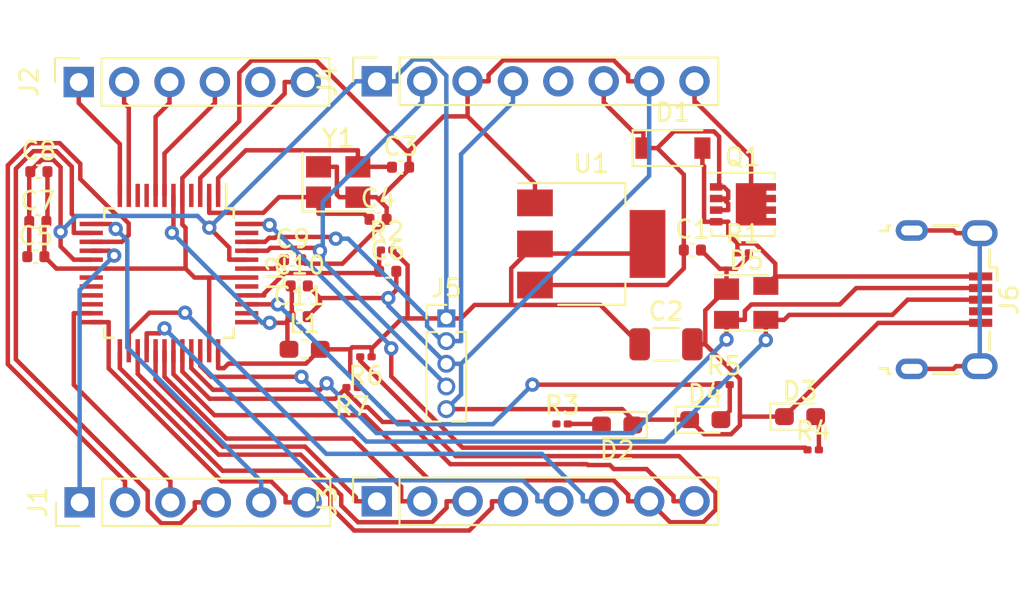
<source format=kicad_pcb>
(kicad_pcb (version 20171130) (host pcbnew "(5.1.10)-1")

  (general
    (thickness 1.6)
    (drawings 0)
    (tracks 472)
    (zones 0)
    (modules 34)
    (nets 55)
  )

  (page A4)
  (layers
    (0 F.Cu signal)
    (31 B.Cu signal)
    (32 B.Adhes user)
    (33 F.Adhes user)
    (34 B.Paste user)
    (35 F.Paste user)
    (36 B.SilkS user)
    (37 F.SilkS user)
    (38 B.Mask user)
    (39 F.Mask user)
    (40 Dwgs.User user)
    (41 Cmts.User user)
    (42 Eco1.User user)
    (43 Eco2.User user)
    (44 Edge.Cuts user)
    (45 Margin user)
    (46 B.CrtYd user)
    (47 F.CrtYd user)
    (48 B.Fab user)
    (49 F.Fab user)
  )

  (setup
    (last_trace_width 0.25)
    (trace_clearance 0.2)
    (zone_clearance 0.508)
    (zone_45_only no)
    (trace_min 0.2)
    (via_size 0.8)
    (via_drill 0.4)
    (via_min_size 0.4)
    (via_min_drill 0.3)
    (uvia_size 0.3)
    (uvia_drill 0.1)
    (uvias_allowed no)
    (uvia_min_size 0.2)
    (uvia_min_drill 0.1)
    (edge_width 0.05)
    (segment_width 0.2)
    (pcb_text_width 0.3)
    (pcb_text_size 1.5 1.5)
    (mod_edge_width 0.12)
    (mod_text_size 1 1)
    (mod_text_width 0.15)
    (pad_size 1.524 1.524)
    (pad_drill 0.762)
    (pad_to_mask_clearance 0)
    (aux_axis_origin 0 0)
    (visible_elements 7FFFFFFF)
    (pcbplotparams
      (layerselection 0x010fc_ffffffff)
      (usegerberextensions true)
      (usegerberattributes true)
      (usegerberadvancedattributes true)
      (creategerberjobfile false)
      (excludeedgelayer true)
      (linewidth 0.100000)
      (plotframeref false)
      (viasonmask false)
      (mode 1)
      (useauxorigin false)
      (hpglpennumber 1)
      (hpglpenspeed 20)
      (hpglpendiameter 15.000000)
      (psnegative false)
      (psa4output false)
      (plotreference true)
      (plotvalue true)
      (plotinvisibletext false)
      (padsonsilk false)
      (subtractmaskfromsilk false)
      (outputformat 1)
      (mirror false)
      (drillshape 0)
      (scaleselection 1)
      (outputdirectory "gerber/"))
  )

  (net 0 "")
  (net 1 GND)
  (net 2 +5V)
  (net 3 +3V3)
  (net 4 "Net-(C3-Pad1)")
  (net 5 "Net-(C4-Pad1)")
  (net 6 "Net-(C6-Pad1)")
  (net 7 "Net-(C9-Pad1)")
  (net 8 "Net-(C10-Pad1)")
  (net 9 VBUS)
  (net 10 "Net-(D2-Pad2)")
  (net 11 "Net-(D3-Pad2)")
  (net 12 "Net-(D4-Pad2)")
  (net 13 /USB_D-)
  (net 14 /USB_D+)
  (net 15 D0_RX)
  (net 16 D1_TX)
  (net 17 D2)
  (net 18 D3)
  (net 19 D4)
  (net 20 D5)
  (net 21 D9)
  (net 22 D8)
  (net 23 A2)
  (net 24 A1)
  (net 25 VREFA)
  (net 26 A0)
  (net 27 SCL)
  (net 28 SDA)
  (net 29 D13)
  (net 30 D12)
  (net 31 D11)
  (net 32 D10)
  (net 33 D7)
  (net 34 D6)
  (net 35 SWCLK)
  (net 36 SWDIO)
  (net 37 RESETN)
  (net 38 VIN)
  (net 39 "Net-(J6-Pad4)")
  (net 40 "Net-(J6-Pad6)")
  (net 41 VCC)
  (net 42 /PB03_RX_LED)
  (net 43 /PA27_TX_LED)
  (net 44 /PA03_AREFA)
  (net 45 /PA04_AIN4)
  (net 46 /PA05_AIN5)
  (net 47 /PB10_SPI_MOSI)
  (net 48 /PB11_SPI_SCK)
  (net 49 "Net-(U2-Pad21)")
  (net 50 "Net-(U2-Pad22)")
  (net 51 /PB22_TXD)
  (net 52 /PB23_RXD)
  (net 53 "Net-(U2-Pad41)")
  (net 54 /PB02_AIN10)

  (net_class Default "This is the default net class."
    (clearance 0.2)
    (trace_width 0.25)
    (via_dia 0.8)
    (via_drill 0.4)
    (uvia_dia 0.3)
    (uvia_drill 0.1)
    (add_net +3V3)
    (add_net +5V)
    (add_net /PA03_AREFA)
    (add_net /PA04_AIN4)
    (add_net /PA05_AIN5)
    (add_net /PA27_TX_LED)
    (add_net /PB02_AIN10)
    (add_net /PB03_RX_LED)
    (add_net /PB10_SPI_MOSI)
    (add_net /PB11_SPI_SCK)
    (add_net /PB22_TXD)
    (add_net /PB23_RXD)
    (add_net /USB_D+)
    (add_net /USB_D-)
    (add_net A0)
    (add_net A1)
    (add_net A2)
    (add_net D0_RX)
    (add_net D10)
    (add_net D11)
    (add_net D12)
    (add_net D13)
    (add_net D1_TX)
    (add_net D2)
    (add_net D3)
    (add_net D4)
    (add_net D5)
    (add_net D6)
    (add_net D7)
    (add_net D8)
    (add_net D9)
    (add_net GND)
    (add_net "Net-(C10-Pad1)")
    (add_net "Net-(C3-Pad1)")
    (add_net "Net-(C4-Pad1)")
    (add_net "Net-(C6-Pad1)")
    (add_net "Net-(C9-Pad1)")
    (add_net "Net-(D2-Pad2)")
    (add_net "Net-(D3-Pad2)")
    (add_net "Net-(D4-Pad2)")
    (add_net "Net-(J6-Pad4)")
    (add_net "Net-(J6-Pad6)")
    (add_net "Net-(U2-Pad21)")
    (add_net "Net-(U2-Pad22)")
    (add_net "Net-(U2-Pad41)")
    (add_net RESETN)
    (add_net SCL)
    (add_net SDA)
    (add_net SWCLK)
    (add_net SWDIO)
    (add_net VBUS)
    (add_net VCC)
    (add_net VIN)
    (add_net VREFA)
  )

  (module Capacitor_SMD:C_0402_1005Metric (layer F.Cu) (tedit 5F68FEEE) (tstamp 617F54E6)
    (at 91.24 66.39)
    (descr "Capacitor SMD 0402 (1005 Metric), square (rectangular) end terminal, IPC_7351 nominal, (Body size source: IPC-SM-782 page 76, https://www.pcb-3d.com/wordpress/wp-content/uploads/ipc-sm-782a_amendment_1_and_2.pdf), generated with kicad-footprint-generator")
    (tags capacitor)
    (path /6177C326)
    (attr smd)
    (fp_text reference C1 (at 0 -1.16) (layer F.SilkS)
      (effects (font (size 1 1) (thickness 0.15)))
    )
    (fp_text value 10u (at 0 1.16) (layer F.Fab)
      (effects (font (size 1 1) (thickness 0.15)))
    )
    (fp_line (start 0.91 0.46) (end -0.91 0.46) (layer F.CrtYd) (width 0.05))
    (fp_line (start 0.91 -0.46) (end 0.91 0.46) (layer F.CrtYd) (width 0.05))
    (fp_line (start -0.91 -0.46) (end 0.91 -0.46) (layer F.CrtYd) (width 0.05))
    (fp_line (start -0.91 0.46) (end -0.91 -0.46) (layer F.CrtYd) (width 0.05))
    (fp_line (start -0.107836 0.36) (end 0.107836 0.36) (layer F.SilkS) (width 0.12))
    (fp_line (start -0.107836 -0.36) (end 0.107836 -0.36) (layer F.SilkS) (width 0.12))
    (fp_line (start 0.5 0.25) (end -0.5 0.25) (layer F.Fab) (width 0.1))
    (fp_line (start 0.5 -0.25) (end 0.5 0.25) (layer F.Fab) (width 0.1))
    (fp_line (start -0.5 -0.25) (end 0.5 -0.25) (layer F.Fab) (width 0.1))
    (fp_line (start -0.5 0.25) (end -0.5 -0.25) (layer F.Fab) (width 0.1))
    (fp_text user %R (at 0 0) (layer F.Fab)
      (effects (font (size 0.25 0.25) (thickness 0.04)))
    )
    (pad 2 smd roundrect (at 0.48 0) (size 0.56 0.62) (layers F.Cu F.Paste F.Mask) (roundrect_rratio 0.25)
      (net 1 GND))
    (pad 1 smd roundrect (at -0.48 0) (size 0.56 0.62) (layers F.Cu F.Paste F.Mask) (roundrect_rratio 0.25)
      (net 2 +5V))
    (model ${KISYS3DMOD}/Capacitor_SMD.3dshapes/C_0402_1005Metric.wrl
      (at (xyz 0 0 0))
      (scale (xyz 1 1 1))
      (rotate (xyz 0 0 0))
    )
  )

  (module Capacitor_SMD:C_1206_3216Metric (layer F.Cu) (tedit 5F68FEEE) (tstamp 617F54F7)
    (at 89.765 71.67)
    (descr "Capacitor SMD 1206 (3216 Metric), square (rectangular) end terminal, IPC_7351 nominal, (Body size source: IPC-SM-782 page 76, https://www.pcb-3d.com/wordpress/wp-content/uploads/ipc-sm-782a_amendment_1_and_2.pdf), generated with kicad-footprint-generator")
    (tags capacitor)
    (path /6177D467)
    (attr smd)
    (fp_text reference C2 (at 0 -1.85) (layer F.SilkS)
      (effects (font (size 1 1) (thickness 0.15)))
    )
    (fp_text value 10u (at 0 1.85) (layer F.Fab)
      (effects (font (size 1 1) (thickness 0.15)))
    )
    (fp_line (start -1.6 0.8) (end -1.6 -0.8) (layer F.Fab) (width 0.1))
    (fp_line (start -1.6 -0.8) (end 1.6 -0.8) (layer F.Fab) (width 0.1))
    (fp_line (start 1.6 -0.8) (end 1.6 0.8) (layer F.Fab) (width 0.1))
    (fp_line (start 1.6 0.8) (end -1.6 0.8) (layer F.Fab) (width 0.1))
    (fp_line (start -0.711252 -0.91) (end 0.711252 -0.91) (layer F.SilkS) (width 0.12))
    (fp_line (start -0.711252 0.91) (end 0.711252 0.91) (layer F.SilkS) (width 0.12))
    (fp_line (start -2.3 1.15) (end -2.3 -1.15) (layer F.CrtYd) (width 0.05))
    (fp_line (start -2.3 -1.15) (end 2.3 -1.15) (layer F.CrtYd) (width 0.05))
    (fp_line (start 2.3 -1.15) (end 2.3 1.15) (layer F.CrtYd) (width 0.05))
    (fp_line (start 2.3 1.15) (end -2.3 1.15) (layer F.CrtYd) (width 0.05))
    (fp_text user %R (at 0 0) (layer F.Fab)
      (effects (font (size 0.8 0.8) (thickness 0.12)))
    )
    (pad 1 smd roundrect (at -1.475 0) (size 1.15 1.8) (layers F.Cu F.Paste F.Mask) (roundrect_rratio 0.2173904347826087)
      (net 3 +3V3))
    (pad 2 smd roundrect (at 1.475 0) (size 1.15 1.8) (layers F.Cu F.Paste F.Mask) (roundrect_rratio 0.2173904347826087)
      (net 1 GND))
    (model ${KISYS3DMOD}/Capacitor_SMD.3dshapes/C_1206_3216Metric.wrl
      (at (xyz 0 0 0))
      (scale (xyz 1 1 1))
      (rotate (xyz 0 0 0))
    )
  )

  (module Capacitor_SMD:C_0402_1005Metric (layer F.Cu) (tedit 5F68FEEE) (tstamp 617F5508)
    (at 74.91 61.75)
    (descr "Capacitor SMD 0402 (1005 Metric), square (rectangular) end terminal, IPC_7351 nominal, (Body size source: IPC-SM-782 page 76, https://www.pcb-3d.com/wordpress/wp-content/uploads/ipc-sm-782a_amendment_1_and_2.pdf), generated with kicad-footprint-generator")
    (tags capacitor)
    (path /6180A769)
    (attr smd)
    (fp_text reference C3 (at 0 -1.16) (layer F.SilkS)
      (effects (font (size 1 1) (thickness 0.15)))
    )
    (fp_text value 22p (at 0 1.16) (layer F.Fab)
      (effects (font (size 1 1) (thickness 0.15)))
    )
    (fp_line (start 0.91 0.46) (end -0.91 0.46) (layer F.CrtYd) (width 0.05))
    (fp_line (start 0.91 -0.46) (end 0.91 0.46) (layer F.CrtYd) (width 0.05))
    (fp_line (start -0.91 -0.46) (end 0.91 -0.46) (layer F.CrtYd) (width 0.05))
    (fp_line (start -0.91 0.46) (end -0.91 -0.46) (layer F.CrtYd) (width 0.05))
    (fp_line (start -0.107836 0.36) (end 0.107836 0.36) (layer F.SilkS) (width 0.12))
    (fp_line (start -0.107836 -0.36) (end 0.107836 -0.36) (layer F.SilkS) (width 0.12))
    (fp_line (start 0.5 0.25) (end -0.5 0.25) (layer F.Fab) (width 0.1))
    (fp_line (start 0.5 -0.25) (end 0.5 0.25) (layer F.Fab) (width 0.1))
    (fp_line (start -0.5 -0.25) (end 0.5 -0.25) (layer F.Fab) (width 0.1))
    (fp_line (start -0.5 0.25) (end -0.5 -0.25) (layer F.Fab) (width 0.1))
    (fp_text user %R (at 0 0) (layer F.Fab)
      (effects (font (size 0.25 0.25) (thickness 0.04)))
    )
    (pad 2 smd roundrect (at 0.48 0) (size 0.56 0.62) (layers F.Cu F.Paste F.Mask) (roundrect_rratio 0.25)
      (net 1 GND))
    (pad 1 smd roundrect (at -0.48 0) (size 0.56 0.62) (layers F.Cu F.Paste F.Mask) (roundrect_rratio 0.25)
      (net 4 "Net-(C3-Pad1)"))
    (model ${KISYS3DMOD}/Capacitor_SMD.3dshapes/C_0402_1005Metric.wrl
      (at (xyz 0 0 0))
      (scale (xyz 1 1 1))
      (rotate (xyz 0 0 0))
    )
  )

  (module Capacitor_SMD:C_0402_1005Metric (layer F.Cu) (tedit 5F68FEEE) (tstamp 617F5519)
    (at 73.65 64.67)
    (descr "Capacitor SMD 0402 (1005 Metric), square (rectangular) end terminal, IPC_7351 nominal, (Body size source: IPC-SM-782 page 76, https://www.pcb-3d.com/wordpress/wp-content/uploads/ipc-sm-782a_amendment_1_and_2.pdf), generated with kicad-footprint-generator")
    (tags capacitor)
    (path /6180B047)
    (attr smd)
    (fp_text reference C4 (at 0 -1.16) (layer F.SilkS)
      (effects (font (size 1 1) (thickness 0.15)))
    )
    (fp_text value 22p (at 0 1.16) (layer F.Fab)
      (effects (font (size 1 1) (thickness 0.15)))
    )
    (fp_line (start -0.5 0.25) (end -0.5 -0.25) (layer F.Fab) (width 0.1))
    (fp_line (start -0.5 -0.25) (end 0.5 -0.25) (layer F.Fab) (width 0.1))
    (fp_line (start 0.5 -0.25) (end 0.5 0.25) (layer F.Fab) (width 0.1))
    (fp_line (start 0.5 0.25) (end -0.5 0.25) (layer F.Fab) (width 0.1))
    (fp_line (start -0.107836 -0.36) (end 0.107836 -0.36) (layer F.SilkS) (width 0.12))
    (fp_line (start -0.107836 0.36) (end 0.107836 0.36) (layer F.SilkS) (width 0.12))
    (fp_line (start -0.91 0.46) (end -0.91 -0.46) (layer F.CrtYd) (width 0.05))
    (fp_line (start -0.91 -0.46) (end 0.91 -0.46) (layer F.CrtYd) (width 0.05))
    (fp_line (start 0.91 -0.46) (end 0.91 0.46) (layer F.CrtYd) (width 0.05))
    (fp_line (start 0.91 0.46) (end -0.91 0.46) (layer F.CrtYd) (width 0.05))
    (fp_text user %R (at 0 0) (layer F.Fab)
      (effects (font (size 0.25 0.25) (thickness 0.04)))
    )
    (pad 1 smd roundrect (at -0.48 0) (size 0.56 0.62) (layers F.Cu F.Paste F.Mask) (roundrect_rratio 0.25)
      (net 5 "Net-(C4-Pad1)"))
    (pad 2 smd roundrect (at 0.48 0) (size 0.56 0.62) (layers F.Cu F.Paste F.Mask) (roundrect_rratio 0.25)
      (net 1 GND))
    (model ${KISYS3DMOD}/Capacitor_SMD.3dshapes/C_0402_1005Metric.wrl
      (at (xyz 0 0 0))
      (scale (xyz 1 1 1))
      (rotate (xyz 0 0 0))
    )
  )

  (module Capacitor_SMD:C_0402_1005Metric (layer F.Cu) (tedit 5F68FEEE) (tstamp 617F552A)
    (at 54.5 66.76)
    (descr "Capacitor SMD 0402 (1005 Metric), square (rectangular) end terminal, IPC_7351 nominal, (Body size source: IPC-SM-782 page 76, https://www.pcb-3d.com/wordpress/wp-content/uploads/ipc-sm-782a_amendment_1_and_2.pdf), generated with kicad-footprint-generator")
    (tags capacitor)
    (path /6179AA50)
    (attr smd)
    (fp_text reference C5 (at 0 -1.16) (layer F.SilkS)
      (effects (font (size 1 1) (thickness 0.15)))
    )
    (fp_text value 100n (at 0 1.16) (layer F.Fab)
      (effects (font (size 1 1) (thickness 0.15)))
    )
    (fp_line (start -0.5 0.25) (end -0.5 -0.25) (layer F.Fab) (width 0.1))
    (fp_line (start -0.5 -0.25) (end 0.5 -0.25) (layer F.Fab) (width 0.1))
    (fp_line (start 0.5 -0.25) (end 0.5 0.25) (layer F.Fab) (width 0.1))
    (fp_line (start 0.5 0.25) (end -0.5 0.25) (layer F.Fab) (width 0.1))
    (fp_line (start -0.107836 -0.36) (end 0.107836 -0.36) (layer F.SilkS) (width 0.12))
    (fp_line (start -0.107836 0.36) (end 0.107836 0.36) (layer F.SilkS) (width 0.12))
    (fp_line (start -0.91 0.46) (end -0.91 -0.46) (layer F.CrtYd) (width 0.05))
    (fp_line (start -0.91 -0.46) (end 0.91 -0.46) (layer F.CrtYd) (width 0.05))
    (fp_line (start 0.91 -0.46) (end 0.91 0.46) (layer F.CrtYd) (width 0.05))
    (fp_line (start 0.91 0.46) (end -0.91 0.46) (layer F.CrtYd) (width 0.05))
    (fp_text user %R (at 0 0) (layer F.Fab)
      (effects (font (size 0.25 0.25) (thickness 0.04)))
    )
    (pad 1 smd roundrect (at -0.48 0) (size 0.56 0.62) (layers F.Cu F.Paste F.Mask) (roundrect_rratio 0.25)
      (net 3 +3V3))
    (pad 2 smd roundrect (at 0.48 0) (size 0.56 0.62) (layers F.Cu F.Paste F.Mask) (roundrect_rratio 0.25)
      (net 1 GND))
    (model ${KISYS3DMOD}/Capacitor_SMD.3dshapes/C_0402_1005Metric.wrl
      (at (xyz 0 0 0))
      (scale (xyz 1 1 1))
      (rotate (xyz 0 0 0))
    )
  )

  (module Capacitor_SMD:C_0402_1005Metric (layer F.Cu) (tedit 5F68FEEE) (tstamp 617F553B)
    (at 74.19 67.58)
    (descr "Capacitor SMD 0402 (1005 Metric), square (rectangular) end terminal, IPC_7351 nominal, (Body size source: IPC-SM-782 page 76, https://www.pcb-3d.com/wordpress/wp-content/uploads/ipc-sm-782a_amendment_1_and_2.pdf), generated with kicad-footprint-generator")
    (tags capacitor)
    (path /61876350)
    (attr smd)
    (fp_text reference C6 (at 0 -1.16) (layer F.SilkS)
      (effects (font (size 1 1) (thickness 0.15)))
    )
    (fp_text value 100n (at 0 1.16) (layer F.Fab)
      (effects (font (size 1 1) (thickness 0.15)))
    )
    (fp_line (start 0.91 0.46) (end -0.91 0.46) (layer F.CrtYd) (width 0.05))
    (fp_line (start 0.91 -0.46) (end 0.91 0.46) (layer F.CrtYd) (width 0.05))
    (fp_line (start -0.91 -0.46) (end 0.91 -0.46) (layer F.CrtYd) (width 0.05))
    (fp_line (start -0.91 0.46) (end -0.91 -0.46) (layer F.CrtYd) (width 0.05))
    (fp_line (start -0.107836 0.36) (end 0.107836 0.36) (layer F.SilkS) (width 0.12))
    (fp_line (start -0.107836 -0.36) (end 0.107836 -0.36) (layer F.SilkS) (width 0.12))
    (fp_line (start 0.5 0.25) (end -0.5 0.25) (layer F.Fab) (width 0.1))
    (fp_line (start 0.5 -0.25) (end 0.5 0.25) (layer F.Fab) (width 0.1))
    (fp_line (start -0.5 -0.25) (end 0.5 -0.25) (layer F.Fab) (width 0.1))
    (fp_line (start -0.5 0.25) (end -0.5 -0.25) (layer F.Fab) (width 0.1))
    (fp_text user %R (at 0 0) (layer F.Fab)
      (effects (font (size 0.25 0.25) (thickness 0.04)))
    )
    (pad 2 smd roundrect (at 0.48 0) (size 0.56 0.62) (layers F.Cu F.Paste F.Mask) (roundrect_rratio 0.25)
      (net 1 GND))
    (pad 1 smd roundrect (at -0.48 0) (size 0.56 0.62) (layers F.Cu F.Paste F.Mask) (roundrect_rratio 0.25)
      (net 6 "Net-(C6-Pad1)"))
    (model ${KISYS3DMOD}/Capacitor_SMD.3dshapes/C_0402_1005Metric.wrl
      (at (xyz 0 0 0))
      (scale (xyz 1 1 1))
      (rotate (xyz 0 0 0))
    )
  )

  (module Capacitor_SMD:C_0402_1005Metric (layer F.Cu) (tedit 5F68FEEE) (tstamp 617F554C)
    (at 54.61 64.79)
    (descr "Capacitor SMD 0402 (1005 Metric), square (rectangular) end terminal, IPC_7351 nominal, (Body size source: IPC-SM-782 page 76, https://www.pcb-3d.com/wordpress/wp-content/uploads/ipc-sm-782a_amendment_1_and_2.pdf), generated with kicad-footprint-generator")
    (tags capacitor)
    (path /6179D587)
    (attr smd)
    (fp_text reference C7 (at 0 -1.16) (layer F.SilkS)
      (effects (font (size 1 1) (thickness 0.15)))
    )
    (fp_text value 100n (at 0 1.16) (layer F.Fab)
      (effects (font (size 1 1) (thickness 0.15)))
    )
    (fp_line (start 0.91 0.46) (end -0.91 0.46) (layer F.CrtYd) (width 0.05))
    (fp_line (start 0.91 -0.46) (end 0.91 0.46) (layer F.CrtYd) (width 0.05))
    (fp_line (start -0.91 -0.46) (end 0.91 -0.46) (layer F.CrtYd) (width 0.05))
    (fp_line (start -0.91 0.46) (end -0.91 -0.46) (layer F.CrtYd) (width 0.05))
    (fp_line (start -0.107836 0.36) (end 0.107836 0.36) (layer F.SilkS) (width 0.12))
    (fp_line (start -0.107836 -0.36) (end 0.107836 -0.36) (layer F.SilkS) (width 0.12))
    (fp_line (start 0.5 0.25) (end -0.5 0.25) (layer F.Fab) (width 0.1))
    (fp_line (start 0.5 -0.25) (end 0.5 0.25) (layer F.Fab) (width 0.1))
    (fp_line (start -0.5 -0.25) (end 0.5 -0.25) (layer F.Fab) (width 0.1))
    (fp_line (start -0.5 0.25) (end -0.5 -0.25) (layer F.Fab) (width 0.1))
    (fp_text user %R (at 0 0) (layer F.Fab)
      (effects (font (size 0.25 0.25) (thickness 0.04)))
    )
    (pad 2 smd roundrect (at 0.48 0) (size 0.56 0.62) (layers F.Cu F.Paste F.Mask) (roundrect_rratio 0.25)
      (net 1 GND))
    (pad 1 smd roundrect (at -0.48 0) (size 0.56 0.62) (layers F.Cu F.Paste F.Mask) (roundrect_rratio 0.25)
      (net 3 +3V3))
    (model ${KISYS3DMOD}/Capacitor_SMD.3dshapes/C_0402_1005Metric.wrl
      (at (xyz 0 0 0))
      (scale (xyz 1 1 1))
      (rotate (xyz 0 0 0))
    )
  )

  (module Capacitor_SMD:C_0402_1005Metric (layer F.Cu) (tedit 5F68FEEE) (tstamp 617F555D)
    (at 54.67 62)
    (descr "Capacitor SMD 0402 (1005 Metric), square (rectangular) end terminal, IPC_7351 nominal, (Body size source: IPC-SM-782 page 76, https://www.pcb-3d.com/wordpress/wp-content/uploads/ipc-sm-782a_amendment_1_and_2.pdf), generated with kicad-footprint-generator")
    (tags capacitor)
    (path /6179DB35)
    (attr smd)
    (fp_text reference C8 (at 0 -1.16) (layer F.SilkS)
      (effects (font (size 1 1) (thickness 0.15)))
    )
    (fp_text value 100n (at 0 1.16) (layer F.Fab)
      (effects (font (size 1 1) (thickness 0.15)))
    )
    (fp_line (start -0.5 0.25) (end -0.5 -0.25) (layer F.Fab) (width 0.1))
    (fp_line (start -0.5 -0.25) (end 0.5 -0.25) (layer F.Fab) (width 0.1))
    (fp_line (start 0.5 -0.25) (end 0.5 0.25) (layer F.Fab) (width 0.1))
    (fp_line (start 0.5 0.25) (end -0.5 0.25) (layer F.Fab) (width 0.1))
    (fp_line (start -0.107836 -0.36) (end 0.107836 -0.36) (layer F.SilkS) (width 0.12))
    (fp_line (start -0.107836 0.36) (end 0.107836 0.36) (layer F.SilkS) (width 0.12))
    (fp_line (start -0.91 0.46) (end -0.91 -0.46) (layer F.CrtYd) (width 0.05))
    (fp_line (start -0.91 -0.46) (end 0.91 -0.46) (layer F.CrtYd) (width 0.05))
    (fp_line (start 0.91 -0.46) (end 0.91 0.46) (layer F.CrtYd) (width 0.05))
    (fp_line (start 0.91 0.46) (end -0.91 0.46) (layer F.CrtYd) (width 0.05))
    (fp_text user %R (at 0 0) (layer F.Fab)
      (effects (font (size 0.25 0.25) (thickness 0.04)))
    )
    (pad 1 smd roundrect (at -0.48 0) (size 0.56 0.62) (layers F.Cu F.Paste F.Mask) (roundrect_rratio 0.25)
      (net 3 +3V3))
    (pad 2 smd roundrect (at 0.48 0) (size 0.56 0.62) (layers F.Cu F.Paste F.Mask) (roundrect_rratio 0.25)
      (net 1 GND))
    (model ${KISYS3DMOD}/Capacitor_SMD.3dshapes/C_0402_1005Metric.wrl
      (at (xyz 0 0 0))
      (scale (xyz 1 1 1))
      (rotate (xyz 0 0 0))
    )
  )

  (module Capacitor_SMD:C_0402_1005Metric (layer F.Cu) (tedit 5F68FEEE) (tstamp 617F556E)
    (at 68.87 66.93)
    (descr "Capacitor SMD 0402 (1005 Metric), square (rectangular) end terminal, IPC_7351 nominal, (Body size source: IPC-SM-782 page 76, https://www.pcb-3d.com/wordpress/wp-content/uploads/ipc-sm-782a_amendment_1_and_2.pdf), generated with kicad-footprint-generator")
    (tags capacitor)
    (path /617CCD54)
    (attr smd)
    (fp_text reference C9 (at 0 -1.16) (layer F.SilkS)
      (effects (font (size 1 1) (thickness 0.15)))
    )
    (fp_text value 100n (at 0 1.16) (layer F.Fab)
      (effects (font (size 1 1) (thickness 0.15)))
    )
    (fp_line (start -0.5 0.25) (end -0.5 -0.25) (layer F.Fab) (width 0.1))
    (fp_line (start -0.5 -0.25) (end 0.5 -0.25) (layer F.Fab) (width 0.1))
    (fp_line (start 0.5 -0.25) (end 0.5 0.25) (layer F.Fab) (width 0.1))
    (fp_line (start 0.5 0.25) (end -0.5 0.25) (layer F.Fab) (width 0.1))
    (fp_line (start -0.107836 -0.36) (end 0.107836 -0.36) (layer F.SilkS) (width 0.12))
    (fp_line (start -0.107836 0.36) (end 0.107836 0.36) (layer F.SilkS) (width 0.12))
    (fp_line (start -0.91 0.46) (end -0.91 -0.46) (layer F.CrtYd) (width 0.05))
    (fp_line (start -0.91 -0.46) (end 0.91 -0.46) (layer F.CrtYd) (width 0.05))
    (fp_line (start 0.91 -0.46) (end 0.91 0.46) (layer F.CrtYd) (width 0.05))
    (fp_line (start 0.91 0.46) (end -0.91 0.46) (layer F.CrtYd) (width 0.05))
    (fp_text user %R (at 0 0) (layer F.Fab)
      (effects (font (size 0.25 0.25) (thickness 0.04)))
    )
    (pad 1 smd roundrect (at -0.48 0) (size 0.56 0.62) (layers F.Cu F.Paste F.Mask) (roundrect_rratio 0.25)
      (net 7 "Net-(C9-Pad1)"))
    (pad 2 smd roundrect (at 0.48 0) (size 0.56 0.62) (layers F.Cu F.Paste F.Mask) (roundrect_rratio 0.25)
      (net 1 GND))
    (model ${KISYS3DMOD}/Capacitor_SMD.3dshapes/C_0402_1005Metric.wrl
      (at (xyz 0 0 0))
      (scale (xyz 1 1 1))
      (rotate (xyz 0 0 0))
    )
  )

  (module Capacitor_SMD:C_0402_1005Metric (layer F.Cu) (tedit 5F68FEEE) (tstamp 617F557F)
    (at 69.24 68.4)
    (descr "Capacitor SMD 0402 (1005 Metric), square (rectangular) end terminal, IPC_7351 nominal, (Body size source: IPC-SM-782 page 76, https://www.pcb-3d.com/wordpress/wp-content/uploads/ipc-sm-782a_amendment_1_and_2.pdf), generated with kicad-footprint-generator")
    (tags capacitor)
    (path /617A631F)
    (attr smd)
    (fp_text reference C10 (at 0 -1.16) (layer F.SilkS)
      (effects (font (size 1 1) (thickness 0.15)))
    )
    (fp_text value 10n (at 0 1.16) (layer F.Fab)
      (effects (font (size 1 1) (thickness 0.15)))
    )
    (fp_line (start -0.5 0.25) (end -0.5 -0.25) (layer F.Fab) (width 0.1))
    (fp_line (start -0.5 -0.25) (end 0.5 -0.25) (layer F.Fab) (width 0.1))
    (fp_line (start 0.5 -0.25) (end 0.5 0.25) (layer F.Fab) (width 0.1))
    (fp_line (start 0.5 0.25) (end -0.5 0.25) (layer F.Fab) (width 0.1))
    (fp_line (start -0.107836 -0.36) (end 0.107836 -0.36) (layer F.SilkS) (width 0.12))
    (fp_line (start -0.107836 0.36) (end 0.107836 0.36) (layer F.SilkS) (width 0.12))
    (fp_line (start -0.91 0.46) (end -0.91 -0.46) (layer F.CrtYd) (width 0.05))
    (fp_line (start -0.91 -0.46) (end 0.91 -0.46) (layer F.CrtYd) (width 0.05))
    (fp_line (start 0.91 -0.46) (end 0.91 0.46) (layer F.CrtYd) (width 0.05))
    (fp_line (start 0.91 0.46) (end -0.91 0.46) (layer F.CrtYd) (width 0.05))
    (fp_text user %R (at 0 -0.3) (layer F.Fab)
      (effects (font (size 0.25 0.25) (thickness 0.04)))
    )
    (pad 1 smd roundrect (at -0.48 0) (size 0.56 0.62) (layers F.Cu F.Paste F.Mask) (roundrect_rratio 0.25)
      (net 8 "Net-(C10-Pad1)"))
    (pad 2 smd roundrect (at 0.48 0) (size 0.56 0.62) (layers F.Cu F.Paste F.Mask) (roundrect_rratio 0.25)
      (net 1 GND))
    (model ${KISYS3DMOD}/Capacitor_SMD.3dshapes/C_0402_1005Metric.wrl
      (at (xyz 0 0 0))
      (scale (xyz 1 1 1))
      (rotate (xyz 0 0 0))
    )
  )

  (module Capacitor_SMD:C_0402_1005Metric (layer F.Cu) (tedit 5F68FEEE) (tstamp 617F5590)
    (at 69.23 70.12)
    (descr "Capacitor SMD 0402 (1005 Metric), square (rectangular) end terminal, IPC_7351 nominal, (Body size source: IPC-SM-782 page 76, https://www.pcb-3d.com/wordpress/wp-content/uploads/ipc-sm-782a_amendment_1_and_2.pdf), generated with kicad-footprint-generator")
    (tags capacitor)
    (path /617A6325)
    (attr smd)
    (fp_text reference C11 (at 0 -1.16) (layer F.SilkS)
      (effects (font (size 1 1) (thickness 0.15)))
    )
    (fp_text value 100n (at 0 1.16) (layer F.Fab)
      (effects (font (size 1 1) (thickness 0.15)))
    )
    (fp_line (start 0.91 0.46) (end -0.91 0.46) (layer F.CrtYd) (width 0.05))
    (fp_line (start 0.91 -0.46) (end 0.91 0.46) (layer F.CrtYd) (width 0.05))
    (fp_line (start -0.91 -0.46) (end 0.91 -0.46) (layer F.CrtYd) (width 0.05))
    (fp_line (start -0.91 0.46) (end -0.91 -0.46) (layer F.CrtYd) (width 0.05))
    (fp_line (start -0.107836 0.36) (end 0.107836 0.36) (layer F.SilkS) (width 0.12))
    (fp_line (start -0.107836 -0.36) (end 0.107836 -0.36) (layer F.SilkS) (width 0.12))
    (fp_line (start 0.5 0.25) (end -0.5 0.25) (layer F.Fab) (width 0.1))
    (fp_line (start 0.5 -0.25) (end 0.5 0.25) (layer F.Fab) (width 0.1))
    (fp_line (start -0.5 -0.25) (end 0.5 -0.25) (layer F.Fab) (width 0.1))
    (fp_line (start -0.5 0.25) (end -0.5 -0.25) (layer F.Fab) (width 0.1))
    (fp_text user %R (at 0 0) (layer F.Fab)
      (effects (font (size 0.25 0.25) (thickness 0.04)))
    )
    (pad 2 smd roundrect (at 0.48 0) (size 0.56 0.62) (layers F.Cu F.Paste F.Mask) (roundrect_rratio 0.25)
      (net 1 GND))
    (pad 1 smd roundrect (at -0.48 0) (size 0.56 0.62) (layers F.Cu F.Paste F.Mask) (roundrect_rratio 0.25)
      (net 8 "Net-(C10-Pad1)"))
    (model ${KISYS3DMOD}/Capacitor_SMD.3dshapes/C_0402_1005Metric.wrl
      (at (xyz 0 0 0))
      (scale (xyz 1 1 1))
      (rotate (xyz 0 0 0))
    )
  )

  (module Diode_SMD:D_SOD-123 (layer F.Cu) (tedit 58645DC7) (tstamp 617F55A9)
    (at 90.15 60.68)
    (descr SOD-123)
    (tags SOD-123)
    (path /6178A78B)
    (attr smd)
    (fp_text reference D1 (at 0 -2) (layer F.SilkS)
      (effects (font (size 1 1) (thickness 0.15)))
    )
    (fp_text value MBR1020VL (at 0 2.1) (layer F.Fab)
      (effects (font (size 1 1) (thickness 0.15)))
    )
    (fp_line (start -2.25 -1) (end -2.25 1) (layer F.SilkS) (width 0.12))
    (fp_line (start 0.25 0) (end 0.75 0) (layer F.Fab) (width 0.1))
    (fp_line (start 0.25 0.4) (end -0.35 0) (layer F.Fab) (width 0.1))
    (fp_line (start 0.25 -0.4) (end 0.25 0.4) (layer F.Fab) (width 0.1))
    (fp_line (start -0.35 0) (end 0.25 -0.4) (layer F.Fab) (width 0.1))
    (fp_line (start -0.35 0) (end -0.35 0.55) (layer F.Fab) (width 0.1))
    (fp_line (start -0.35 0) (end -0.35 -0.55) (layer F.Fab) (width 0.1))
    (fp_line (start -0.75 0) (end -0.35 0) (layer F.Fab) (width 0.1))
    (fp_line (start -1.4 0.9) (end -1.4 -0.9) (layer F.Fab) (width 0.1))
    (fp_line (start 1.4 0.9) (end -1.4 0.9) (layer F.Fab) (width 0.1))
    (fp_line (start 1.4 -0.9) (end 1.4 0.9) (layer F.Fab) (width 0.1))
    (fp_line (start -1.4 -0.9) (end 1.4 -0.9) (layer F.Fab) (width 0.1))
    (fp_line (start -2.35 -1.15) (end 2.35 -1.15) (layer F.CrtYd) (width 0.05))
    (fp_line (start 2.35 -1.15) (end 2.35 1.15) (layer F.CrtYd) (width 0.05))
    (fp_line (start 2.35 1.15) (end -2.35 1.15) (layer F.CrtYd) (width 0.05))
    (fp_line (start -2.35 -1.15) (end -2.35 1.15) (layer F.CrtYd) (width 0.05))
    (fp_line (start -2.25 1) (end 1.65 1) (layer F.SilkS) (width 0.12))
    (fp_line (start -2.25 -1) (end 1.65 -1) (layer F.SilkS) (width 0.12))
    (fp_text user %R (at 0 -2) (layer F.Fab)
      (effects (font (size 1 1) (thickness 0.15)))
    )
    (pad 1 smd rect (at -1.65 0) (size 0.9 1.2) (layers F.Cu F.Paste F.Mask)
      (net 2 +5V))
    (pad 2 smd rect (at 1.65 0) (size 0.9 1.2) (layers F.Cu F.Paste F.Mask)
      (net 9 VBUS))
    (model ${KISYS3DMOD}/Diode_SMD.3dshapes/D_SOD-123.wrl
      (at (xyz 0 0 0))
      (scale (xyz 1 1 1))
      (rotate (xyz 0 0 0))
    )
  )

  (module LED_SMD:LED_0603_1608Metric_Pad1.05x0.95mm_HandSolder (layer F.Cu) (tedit 5F68FEF1) (tstamp 617F55BC)
    (at 87.03 76.19 180)
    (descr "LED SMD 0603 (1608 Metric), square (rectangular) end terminal, IPC_7351 nominal, (Body size source: http://www.tortai-tech.com/upload/download/2011102023233369053.pdf), generated with kicad-footprint-generator")
    (tags "LED handsolder")
    (path /61ABD9EF)
    (attr smd)
    (fp_text reference D2 (at 0 -1.43) (layer F.SilkS)
      (effects (font (size 1 1) (thickness 0.15)))
    )
    (fp_text value Verte (at 0 1.43) (layer F.Fab)
      (effects (font (size 1 1) (thickness 0.15)))
    )
    (fp_line (start 0.8 -0.4) (end -0.5 -0.4) (layer F.Fab) (width 0.1))
    (fp_line (start -0.5 -0.4) (end -0.8 -0.1) (layer F.Fab) (width 0.1))
    (fp_line (start -0.8 -0.1) (end -0.8 0.4) (layer F.Fab) (width 0.1))
    (fp_line (start -0.8 0.4) (end 0.8 0.4) (layer F.Fab) (width 0.1))
    (fp_line (start 0.8 0.4) (end 0.8 -0.4) (layer F.Fab) (width 0.1))
    (fp_line (start 0.8 -0.735) (end -1.66 -0.735) (layer F.SilkS) (width 0.12))
    (fp_line (start -1.66 -0.735) (end -1.66 0.735) (layer F.SilkS) (width 0.12))
    (fp_line (start -1.66 0.735) (end 0.8 0.735) (layer F.SilkS) (width 0.12))
    (fp_line (start -1.65 0.73) (end -1.65 -0.73) (layer F.CrtYd) (width 0.05))
    (fp_line (start -1.65 -0.73) (end 1.65 -0.73) (layer F.CrtYd) (width 0.05))
    (fp_line (start 1.65 -0.73) (end 1.65 0.73) (layer F.CrtYd) (width 0.05))
    (fp_line (start 1.65 0.73) (end -1.65 0.73) (layer F.CrtYd) (width 0.05))
    (fp_text user %R (at 0.072 0.571) (layer F.Fab)
      (effects (font (size 0.4 0.4) (thickness 0.06)))
    )
    (pad 1 smd roundrect (at -0.875 0 180) (size 1.05 0.95) (layers F.Cu F.Paste F.Mask) (roundrect_rratio 0.25)
      (net 1 GND))
    (pad 2 smd roundrect (at 0.875 0 180) (size 1.05 0.95) (layers F.Cu F.Paste F.Mask) (roundrect_rratio 0.25)
      (net 10 "Net-(D2-Pad2)"))
    (model ${KISYS3DMOD}/LED_SMD.3dshapes/LED_0603_1608Metric.wrl
      (at (xyz 0 0 0))
      (scale (xyz 1 1 1))
      (rotate (xyz 0 0 0))
    )
  )

  (module LED_SMD:LED_0603_1608Metric_Pad1.05x0.95mm_HandSolder (layer F.Cu) (tedit 5F68FEF1) (tstamp 617F55CF)
    (at 97.265 75.72)
    (descr "LED SMD 0603 (1608 Metric), square (rectangular) end terminal, IPC_7351 nominal, (Body size source: http://www.tortai-tech.com/upload/download/2011102023233369053.pdf), generated with kicad-footprint-generator")
    (tags "LED handsolder")
    (path /61ABF22C)
    (attr smd)
    (fp_text reference D3 (at 0 -1.43) (layer F.SilkS)
      (effects (font (size 1 1) (thickness 0.15)))
    )
    (fp_text value Jaune (at 0 1.43) (layer F.Fab)
      (effects (font (size 1 1) (thickness 0.15)))
    )
    (fp_line (start 1.65 0.73) (end -1.65 0.73) (layer F.CrtYd) (width 0.05))
    (fp_line (start 1.65 -0.73) (end 1.65 0.73) (layer F.CrtYd) (width 0.05))
    (fp_line (start -1.65 -0.73) (end 1.65 -0.73) (layer F.CrtYd) (width 0.05))
    (fp_line (start -1.65 0.73) (end -1.65 -0.73) (layer F.CrtYd) (width 0.05))
    (fp_line (start -1.66 0.735) (end 0.8 0.735) (layer F.SilkS) (width 0.12))
    (fp_line (start -1.66 -0.735) (end -1.66 0.735) (layer F.SilkS) (width 0.12))
    (fp_line (start 0.8 -0.735) (end -1.66 -0.735) (layer F.SilkS) (width 0.12))
    (fp_line (start 0.8 0.4) (end 0.8 -0.4) (layer F.Fab) (width 0.1))
    (fp_line (start -0.8 0.4) (end 0.8 0.4) (layer F.Fab) (width 0.1))
    (fp_line (start -0.8 -0.1) (end -0.8 0.4) (layer F.Fab) (width 0.1))
    (fp_line (start -0.5 -0.4) (end -0.8 -0.1) (layer F.Fab) (width 0.1))
    (fp_line (start 0.8 -0.4) (end -0.5 -0.4) (layer F.Fab) (width 0.1))
    (fp_text user %R (at 0 0) (layer F.Fab)
      (effects (font (size 0.4 0.4) (thickness 0.06)))
    )
    (pad 2 smd roundrect (at 0.875 0) (size 1.05 0.95) (layers F.Cu F.Paste F.Mask) (roundrect_rratio 0.25)
      (net 11 "Net-(D3-Pad2)"))
    (pad 1 smd roundrect (at -0.875 0) (size 1.05 0.95) (layers F.Cu F.Paste F.Mask) (roundrect_rratio 0.25)
      (net 1 GND))
    (model ${KISYS3DMOD}/LED_SMD.3dshapes/LED_0603_1608Metric.wrl
      (at (xyz 0 0 0))
      (scale (xyz 1 1 1))
      (rotate (xyz 0 0 0))
    )
  )

  (module LED_SMD:LED_0603_1608Metric_Pad1.05x0.95mm_HandSolder (layer F.Cu) (tedit 5F68FEF1) (tstamp 617F55E2)
    (at 91.96 75.89)
    (descr "LED SMD 0603 (1608 Metric), square (rectangular) end terminal, IPC_7351 nominal, (Body size source: http://www.tortai-tech.com/upload/download/2011102023233369053.pdf), generated with kicad-footprint-generator")
    (tags "LED handsolder")
    (path /61AC4E2B)
    (attr smd)
    (fp_text reference D4 (at 0 -1.43) (layer F.SilkS)
      (effects (font (size 1 1) (thickness 0.15)))
    )
    (fp_text value Rouge (at 0 1.43) (layer F.Fab)
      (effects (font (size 1 1) (thickness 0.15)))
    )
    (fp_line (start 0.8 -0.4) (end -0.5 -0.4) (layer F.Fab) (width 0.1))
    (fp_line (start -0.5 -0.4) (end -0.8 -0.1) (layer F.Fab) (width 0.1))
    (fp_line (start -0.8 -0.1) (end -0.8 0.4) (layer F.Fab) (width 0.1))
    (fp_line (start -0.8 0.4) (end 0.8 0.4) (layer F.Fab) (width 0.1))
    (fp_line (start 0.8 0.4) (end 0.8 -0.4) (layer F.Fab) (width 0.1))
    (fp_line (start 0.8 -0.735) (end -1.66 -0.735) (layer F.SilkS) (width 0.12))
    (fp_line (start -1.66 -0.735) (end -1.66 0.735) (layer F.SilkS) (width 0.12))
    (fp_line (start -1.66 0.735) (end 0.8 0.735) (layer F.SilkS) (width 0.12))
    (fp_line (start -1.65 0.73) (end -1.65 -0.73) (layer F.CrtYd) (width 0.05))
    (fp_line (start -1.65 -0.73) (end 1.65 -0.73) (layer F.CrtYd) (width 0.05))
    (fp_line (start 1.65 -0.73) (end 1.65 0.73) (layer F.CrtYd) (width 0.05))
    (fp_line (start 1.65 0.73) (end -1.65 0.73) (layer F.CrtYd) (width 0.05))
    (fp_text user %R (at 0 0) (layer F.Fab)
      (effects (font (size 0.4 0.4) (thickness 0.06)))
    )
    (pad 1 smd roundrect (at -0.875 0) (size 1.05 0.95) (layers F.Cu F.Paste F.Mask) (roundrect_rratio 0.25)
      (net 1 GND))
    (pad 2 smd roundrect (at 0.875 0) (size 1.05 0.95) (layers F.Cu F.Paste F.Mask) (roundrect_rratio 0.25)
      (net 12 "Net-(D4-Pad2)"))
    (model ${KISYS3DMOD}/LED_SMD.3dshapes/LED_0603_1608Metric.wrl
      (at (xyz 0 0 0))
      (scale (xyz 1 1 1))
      (rotate (xyz 0 0 0))
    )
  )

  (module Package_TO_SOT_SMD:SOT-143 (layer F.Cu) (tedit 5A02FF57) (tstamp 617F55F6)
    (at 94.25 69.35)
    (descr SOT-143)
    (tags SOT-143)
    (path /61A5FC23)
    (attr smd)
    (fp_text reference D5 (at 0.02 -2.38) (layer F.SilkS)
      (effects (font (size 1 1) (thickness 0.15)))
    )
    (fp_text value PRTR5V0U2X (at -0.28 2.48) (layer F.Fab)
      (effects (font (size 1 1) (thickness 0.15)))
    )
    (fp_line (start -1.2 1.55) (end 1.2 1.55) (layer F.SilkS) (width 0.12))
    (fp_line (start 1.2 -1.55) (end -1.75 -1.55) (layer F.SilkS) (width 0.12))
    (fp_line (start -1.2 -1) (end -0.7 -1.5) (layer F.Fab) (width 0.1))
    (fp_line (start -0.7 -1.5) (end 1.2 -1.5) (layer F.Fab) (width 0.1))
    (fp_line (start -1.2 1.5) (end -1.2 -1) (layer F.Fab) (width 0.1))
    (fp_line (start 1.2 1.5) (end -1.2 1.5) (layer F.Fab) (width 0.1))
    (fp_line (start 1.2 -1.5) (end 1.2 1.5) (layer F.Fab) (width 0.1))
    (fp_line (start 2.05 -1.75) (end 2.05 1.75) (layer F.CrtYd) (width 0.05))
    (fp_line (start 2.05 -1.75) (end -2.05 -1.75) (layer F.CrtYd) (width 0.05))
    (fp_line (start -2.05 1.75) (end 2.05 1.75) (layer F.CrtYd) (width 0.05))
    (fp_line (start -2.05 1.75) (end -2.05 -1.75) (layer F.CrtYd) (width 0.05))
    (fp_text user %R (at 0 0 90) (layer F.Fab)
      (effects (font (size 0.5 0.5) (thickness 0.075)))
    )
    (pad 1 smd rect (at -1.1 -0.77 270) (size 1.2 1.4) (layers F.Cu F.Paste F.Mask)
      (net 1 GND))
    (pad 2 smd rect (at -1.1 0.95 270) (size 1 1.4) (layers F.Cu F.Paste F.Mask)
      (net 13 /USB_D-))
    (pad 3 smd rect (at 1.1 0.95 270) (size 1 1.4) (layers F.Cu F.Paste F.Mask)
      (net 14 /USB_D+))
    (pad 4 smd rect (at 1.1 -0.95 270) (size 1 1.4) (layers F.Cu F.Paste F.Mask)
      (net 9 VBUS))
    (model ${KISYS3DMOD}/Package_TO_SOT_SMD.3dshapes/SOT-143.wrl
      (at (xyz 0 0 0))
      (scale (xyz 1 1 1))
      (rotate (xyz 0 0 0))
    )
  )

  (module Connector_PinHeader_2.54mm:PinHeader_1x06_P2.54mm_Vertical (layer F.Cu) (tedit 59FED5CC) (tstamp 617F5610)
    (at 56.95 80.52 90)
    (descr "Through hole straight pin header, 1x06, 2.54mm pitch, single row")
    (tags "Through hole pin header THT 1x06 2.54mm single row")
    (path /618C5388)
    (fp_text reference J1 (at 0 -2.33 90) (layer F.SilkS)
      (effects (font (size 1 1) (thickness 0.15)))
    )
    (fp_text value IO_0-5 (at 0 15.03 90) (layer F.Fab)
      (effects (font (size 1 1) (thickness 0.15)))
    )
    (fp_line (start -0.635 -1.27) (end 1.27 -1.27) (layer F.Fab) (width 0.1))
    (fp_line (start 1.27 -1.27) (end 1.27 13.97) (layer F.Fab) (width 0.1))
    (fp_line (start 1.27 13.97) (end -1.27 13.97) (layer F.Fab) (width 0.1))
    (fp_line (start -1.27 13.97) (end -1.27 -0.635) (layer F.Fab) (width 0.1))
    (fp_line (start -1.27 -0.635) (end -0.635 -1.27) (layer F.Fab) (width 0.1))
    (fp_line (start -1.33 14.03) (end 1.33 14.03) (layer F.SilkS) (width 0.12))
    (fp_line (start -1.33 1.27) (end -1.33 14.03) (layer F.SilkS) (width 0.12))
    (fp_line (start 1.33 1.27) (end 1.33 14.03) (layer F.SilkS) (width 0.12))
    (fp_line (start -1.33 1.27) (end 1.33 1.27) (layer F.SilkS) (width 0.12))
    (fp_line (start -1.33 0) (end -1.33 -1.33) (layer F.SilkS) (width 0.12))
    (fp_line (start -1.33 -1.33) (end 0 -1.33) (layer F.SilkS) (width 0.12))
    (fp_line (start -1.8 -1.8) (end -1.8 14.5) (layer F.CrtYd) (width 0.05))
    (fp_line (start -1.8 14.5) (end 1.8 14.5) (layer F.CrtYd) (width 0.05))
    (fp_line (start 1.8 14.5) (end 1.8 -1.8) (layer F.CrtYd) (width 0.05))
    (fp_line (start 1.8 -1.8) (end -1.8 -1.8) (layer F.CrtYd) (width 0.05))
    (fp_text user %R (at 0 6.35) (layer F.Fab)
      (effects (font (size 1 1) (thickness 0.15)))
    )
    (pad 1 thru_hole rect (at 0 0 90) (size 1.7 1.7) (drill 1) (layers *.Cu *.Mask)
      (net 15 D0_RX))
    (pad 2 thru_hole oval (at 0 2.54 90) (size 1.7 1.7) (drill 1) (layers *.Cu *.Mask)
      (net 16 D1_TX))
    (pad 3 thru_hole oval (at 0 5.08 90) (size 1.7 1.7) (drill 1) (layers *.Cu *.Mask)
      (net 17 D2))
    (pad 4 thru_hole oval (at 0 7.62 90) (size 1.7 1.7) (drill 1) (layers *.Cu *.Mask)
      (net 18 D3))
    (pad 5 thru_hole oval (at 0 10.16 90) (size 1.7 1.7) (drill 1) (layers *.Cu *.Mask)
      (net 19 D4))
    (pad 6 thru_hole oval (at 0 12.7 90) (size 1.7 1.7) (drill 1) (layers *.Cu *.Mask)
      (net 20 D5))
    (model ${KISYS3DMOD}/Connector_PinHeader_2.54mm.3dshapes/PinHeader_1x06_P2.54mm_Vertical.wrl
      (at (xyz 0 0 0))
      (scale (xyz 1 1 1))
      (rotate (xyz 0 0 0))
    )
  )

  (module Connector_PinSocket_2.54mm:PinSocket_1x06_P2.54mm_Vertical (layer F.Cu) (tedit 5A19A430) (tstamp 617F562A)
    (at 56.9 56.98 90)
    (descr "Through hole straight socket strip, 1x06, 2.54mm pitch, single row (from Kicad 4.0.7), script generated")
    (tags "Through hole socket strip THT 1x06 2.54mm single row")
    (path /618C7972)
    (fp_text reference J2 (at 0 -2.77 90) (layer F.SilkS)
      (effects (font (size 1 1) (thickness 0.15)))
    )
    (fp_text value ANALOG_I2C (at 0 15.47 90) (layer F.Fab)
      (effects (font (size 1 1) (thickness 0.15)))
    )
    (fp_line (start -1.27 -1.27) (end 0.635 -1.27) (layer F.Fab) (width 0.1))
    (fp_line (start 0.635 -1.27) (end 1.27 -0.635) (layer F.Fab) (width 0.1))
    (fp_line (start 1.27 -0.635) (end 1.27 13.97) (layer F.Fab) (width 0.1))
    (fp_line (start 1.27 13.97) (end -1.27 13.97) (layer F.Fab) (width 0.1))
    (fp_line (start -1.27 13.97) (end -1.27 -1.27) (layer F.Fab) (width 0.1))
    (fp_line (start -1.33 1.27) (end 1.33 1.27) (layer F.SilkS) (width 0.12))
    (fp_line (start -1.33 1.27) (end -1.33 14.03) (layer F.SilkS) (width 0.12))
    (fp_line (start -1.33 14.03) (end 1.33 14.03) (layer F.SilkS) (width 0.12))
    (fp_line (start 1.33 1.27) (end 1.33 14.03) (layer F.SilkS) (width 0.12))
    (fp_line (start 1.33 -1.33) (end 1.33 0) (layer F.SilkS) (width 0.12))
    (fp_line (start 0 -1.33) (end 1.33 -1.33) (layer F.SilkS) (width 0.12))
    (fp_line (start -1.8 -1.8) (end 1.75 -1.8) (layer F.CrtYd) (width 0.05))
    (fp_line (start 1.75 -1.8) (end 1.75 14.45) (layer F.CrtYd) (width 0.05))
    (fp_line (start 1.75 14.45) (end -1.8 14.45) (layer F.CrtYd) (width 0.05))
    (fp_line (start -1.8 14.45) (end -1.8 -1.8) (layer F.CrtYd) (width 0.05))
    (fp_text user %R (at 0 6.35) (layer F.Fab)
      (effects (font (size 1 1) (thickness 0.15)))
    )
    (pad 1 thru_hole rect (at 0 0 90) (size 1.7 1.7) (drill 1) (layers *.Cu *.Mask)
      (net 21 D9))
    (pad 2 thru_hole oval (at 0 2.54 90) (size 1.7 1.7) (drill 1) (layers *.Cu *.Mask)
      (net 22 D8))
    (pad 3 thru_hole oval (at 0 5.08 90) (size 1.7 1.7) (drill 1) (layers *.Cu *.Mask)
      (net 23 A2))
    (pad 4 thru_hole oval (at 0 7.62 90) (size 1.7 1.7) (drill 1) (layers *.Cu *.Mask)
      (net 24 A1))
    (pad 5 thru_hole oval (at 0 10.16 90) (size 1.7 1.7) (drill 1) (layers *.Cu *.Mask)
      (net 25 VREFA))
    (pad 6 thru_hole oval (at 0 12.7 90) (size 1.7 1.7) (drill 1) (layers *.Cu *.Mask)
      (net 26 A0))
    (model ${KISYS3DMOD}/Connector_PinSocket_2.54mm.3dshapes/PinSocket_1x06_P2.54mm_Vertical.wrl
      (at (xyz 0 0 0))
      (scale (xyz 1 1 1))
      (rotate (xyz 0 0 0))
    )
  )

  (module Connector_PinSocket_2.54mm:PinSocket_1x08_P2.54mm_Vertical (layer F.Cu) (tedit 5A19A420) (tstamp 617F5646)
    (at 73.58 80.46 90)
    (descr "Through hole straight socket strip, 1x08, 2.54mm pitch, single row (from Kicad 4.0.7), script generated")
    (tags "Through hole socket strip THT 1x08 2.54mm single row")
    (path /619037E7)
    (fp_text reference J3 (at 0 -2.77 90) (layer F.SilkS)
      (effects (font (size 1 1) (thickness 0.15)))
    )
    (fp_text value IO_6-7,10-13 (at 0 20.55 90) (layer F.Fab)
      (effects (font (size 1 1) (thickness 0.15)))
    )
    (fp_line (start -1.8 19.55) (end -1.8 -1.8) (layer F.CrtYd) (width 0.05))
    (fp_line (start 1.75 19.55) (end -1.8 19.55) (layer F.CrtYd) (width 0.05))
    (fp_line (start 1.75 -1.8) (end 1.75 19.55) (layer F.CrtYd) (width 0.05))
    (fp_line (start -1.8 -1.8) (end 1.75 -1.8) (layer F.CrtYd) (width 0.05))
    (fp_line (start 0 -1.33) (end 1.33 -1.33) (layer F.SilkS) (width 0.12))
    (fp_line (start 1.33 -1.33) (end 1.33 0) (layer F.SilkS) (width 0.12))
    (fp_line (start 1.33 1.27) (end 1.33 19.11) (layer F.SilkS) (width 0.12))
    (fp_line (start -1.33 19.11) (end 1.33 19.11) (layer F.SilkS) (width 0.12))
    (fp_line (start -1.33 1.27) (end -1.33 19.11) (layer F.SilkS) (width 0.12))
    (fp_line (start -1.33 1.27) (end 1.33 1.27) (layer F.SilkS) (width 0.12))
    (fp_line (start -1.27 19.05) (end -1.27 -1.27) (layer F.Fab) (width 0.1))
    (fp_line (start 1.27 19.05) (end -1.27 19.05) (layer F.Fab) (width 0.1))
    (fp_line (start 1.27 -0.635) (end 1.27 19.05) (layer F.Fab) (width 0.1))
    (fp_line (start 0.635 -1.27) (end 1.27 -0.635) (layer F.Fab) (width 0.1))
    (fp_line (start -1.27 -1.27) (end 0.635 -1.27) (layer F.Fab) (width 0.1))
    (fp_text user %R (at 0 8.89) (layer F.Fab)
      (effects (font (size 1 1) (thickness 0.15)))
    )
    (pad 8 thru_hole oval (at 0 17.78 90) (size 1.7 1.7) (drill 1) (layers *.Cu *.Mask)
      (net 27 SCL))
    (pad 7 thru_hole oval (at 0 15.24 90) (size 1.7 1.7) (drill 1) (layers *.Cu *.Mask)
      (net 28 SDA))
    (pad 6 thru_hole oval (at 0 12.7 90) (size 1.7 1.7) (drill 1) (layers *.Cu *.Mask)
      (net 29 D13))
    (pad 5 thru_hole oval (at 0 10.16 90) (size 1.7 1.7) (drill 1) (layers *.Cu *.Mask)
      (net 30 D12))
    (pad 4 thru_hole oval (at 0 7.62 90) (size 1.7 1.7) (drill 1) (layers *.Cu *.Mask)
      (net 31 D11))
    (pad 3 thru_hole oval (at 0 5.08 90) (size 1.7 1.7) (drill 1) (layers *.Cu *.Mask)
      (net 32 D10))
    (pad 2 thru_hole oval (at 0 2.54 90) (size 1.7 1.7) (drill 1) (layers *.Cu *.Mask)
      (net 33 D7))
    (pad 1 thru_hole rect (at 0 0 90) (size 1.7 1.7) (drill 1) (layers *.Cu *.Mask)
      (net 34 D6))
    (model ${KISYS3DMOD}/Connector_PinSocket_2.54mm.3dshapes/PinSocket_1x08_P2.54mm_Vertical.wrl
      (at (xyz 0 0 0))
      (scale (xyz 1 1 1))
      (rotate (xyz 0 0 0))
    )
  )

  (module Connector_PinSocket_2.54mm:PinSocket_1x08_P2.54mm_Vertical (layer F.Cu) (tedit 5A19A420) (tstamp 617F5662)
    (at 73.58 56.94 90)
    (descr "Through hole straight socket strip, 1x08, 2.54mm pitch, single row (from Kicad 4.0.7), script generated")
    (tags "Through hole socket strip THT 1x08 2.54mm single row")
    (path /619092C5)
    (fp_text reference J4 (at 0 -2.77 90) (layer F.SilkS)
      (effects (font (size 1 1) (thickness 0.15)))
    )
    (fp_text value PWR_DEBUG (at 0 20.55 90) (layer F.Fab)
      (effects (font (size 1 1) (thickness 0.15)))
    )
    (fp_line (start -1.27 -1.27) (end 0.635 -1.27) (layer F.Fab) (width 0.1))
    (fp_line (start 0.635 -1.27) (end 1.27 -0.635) (layer F.Fab) (width 0.1))
    (fp_line (start 1.27 -0.635) (end 1.27 19.05) (layer F.Fab) (width 0.1))
    (fp_line (start 1.27 19.05) (end -1.27 19.05) (layer F.Fab) (width 0.1))
    (fp_line (start -1.27 19.05) (end -1.27 -1.27) (layer F.Fab) (width 0.1))
    (fp_line (start -1.33 1.27) (end 1.33 1.27) (layer F.SilkS) (width 0.12))
    (fp_line (start -1.33 1.27) (end -1.33 19.11) (layer F.SilkS) (width 0.12))
    (fp_line (start -1.33 19.11) (end 1.33 19.11) (layer F.SilkS) (width 0.12))
    (fp_line (start 1.33 1.27) (end 1.33 19.11) (layer F.SilkS) (width 0.12))
    (fp_line (start 1.33 -1.33) (end 1.33 0) (layer F.SilkS) (width 0.12))
    (fp_line (start 0 -1.33) (end 1.33 -1.33) (layer F.SilkS) (width 0.12))
    (fp_line (start -1.8 -1.8) (end 1.75 -1.8) (layer F.CrtYd) (width 0.05))
    (fp_line (start 1.75 -1.8) (end 1.75 19.55) (layer F.CrtYd) (width 0.05))
    (fp_line (start 1.75 19.55) (end -1.8 19.55) (layer F.CrtYd) (width 0.05))
    (fp_line (start -1.8 19.55) (end -1.8 -1.8) (layer F.CrtYd) (width 0.05))
    (fp_text user %R (at 0 8.89) (layer F.Fab)
      (effects (font (size 1 1) (thickness 0.15)))
    )
    (pad 1 thru_hole rect (at 0 0 90) (size 1.7 1.7) (drill 1) (layers *.Cu *.Mask)
      (net 3 +3V3))
    (pad 2 thru_hole oval (at 0 2.54 90) (size 1.7 1.7) (drill 1) (layers *.Cu *.Mask)
      (net 35 SWCLK))
    (pad 3 thru_hole oval (at 0 5.08 90) (size 1.7 1.7) (drill 1) (layers *.Cu *.Mask)
      (net 1 GND))
    (pad 4 thru_hole oval (at 0 7.62 90) (size 1.7 1.7) (drill 1) (layers *.Cu *.Mask)
      (net 36 SWDIO))
    (pad 5 thru_hole oval (at 0 10.16 90) (size 1.7 1.7) (drill 1) (layers *.Cu *.Mask)
      (net 37 RESETN))
    (pad 6 thru_hole oval (at 0 12.7 90) (size 1.7 1.7) (drill 1) (layers *.Cu *.Mask)
      (net 2 +5V))
    (pad 7 thru_hole oval (at 0 15.24 90) (size 1.7 1.7) (drill 1) (layers *.Cu *.Mask)
      (net 1 GND))
    (pad 8 thru_hole oval (at 0 17.78 90) (size 1.7 1.7) (drill 1) (layers *.Cu *.Mask)
      (net 38 VIN))
    (model ${KISYS3DMOD}/Connector_PinSocket_2.54mm.3dshapes/PinSocket_1x08_P2.54mm_Vertical.wrl
      (at (xyz 0 0 0))
      (scale (xyz 1 1 1))
      (rotate (xyz 0 0 0))
    )
  )

  (module Connector_PinHeader_1.27mm:PinHeader_1x05_P1.27mm_Vertical (layer F.Cu) (tedit 59FED6E3) (tstamp 617F567D)
    (at 77.47 70.22)
    (descr "Through hole straight pin header, 1x05, 1.27mm pitch, single row")
    (tags "Through hole pin header THT 1x05 1.27mm single row")
    (path /619C5B12)
    (fp_text reference J5 (at 0 -1.695) (layer F.SilkS)
      (effects (font (size 1 1) (thickness 0.15)))
    )
    (fp_text value "Cortex Debug" (at 0 6.775) (layer F.Fab)
      (effects (font (size 1 1) (thickness 0.15)))
    )
    (fp_line (start -0.525 -0.635) (end 1.05 -0.635) (layer F.Fab) (width 0.1))
    (fp_line (start 1.05 -0.635) (end 1.05 5.715) (layer F.Fab) (width 0.1))
    (fp_line (start 1.05 5.715) (end -1.05 5.715) (layer F.Fab) (width 0.1))
    (fp_line (start -1.05 5.715) (end -1.05 -0.11) (layer F.Fab) (width 0.1))
    (fp_line (start -1.05 -0.11) (end -0.525 -0.635) (layer F.Fab) (width 0.1))
    (fp_line (start -1.11 5.775) (end -0.30753 5.775) (layer F.SilkS) (width 0.12))
    (fp_line (start 0.30753 5.775) (end 1.11 5.775) (layer F.SilkS) (width 0.12))
    (fp_line (start -1.11 0.76) (end -1.11 5.775) (layer F.SilkS) (width 0.12))
    (fp_line (start 1.11 0.76) (end 1.11 5.775) (layer F.SilkS) (width 0.12))
    (fp_line (start -1.11 0.76) (end -0.563471 0.76) (layer F.SilkS) (width 0.12))
    (fp_line (start 0.563471 0.76) (end 1.11 0.76) (layer F.SilkS) (width 0.12))
    (fp_line (start -1.11 0) (end -1.11 -0.76) (layer F.SilkS) (width 0.12))
    (fp_line (start -1.11 -0.76) (end 0 -0.76) (layer F.SilkS) (width 0.12))
    (fp_line (start -1.55 -1.15) (end -1.55 6.25) (layer F.CrtYd) (width 0.05))
    (fp_line (start -1.55 6.25) (end 1.55 6.25) (layer F.CrtYd) (width 0.05))
    (fp_line (start 1.55 6.25) (end 1.55 -1.15) (layer F.CrtYd) (width 0.05))
    (fp_line (start 1.55 -1.15) (end -1.55 -1.15) (layer F.CrtYd) (width 0.05))
    (fp_text user %R (at 0 2.54 90) (layer F.Fab)
      (effects (font (size 1 1) (thickness 0.15)))
    )
    (pad 1 thru_hole rect (at 0 0) (size 1 1) (drill 0.65) (layers *.Cu *.Mask)
      (net 3 +3V3))
    (pad 2 thru_hole oval (at 0 1.27) (size 1 1) (drill 0.65) (layers *.Cu *.Mask)
      (net 36 SWDIO))
    (pad 3 thru_hole oval (at 0 2.54) (size 1 1) (drill 0.65) (layers *.Cu *.Mask)
      (net 1 GND))
    (pad 4 thru_hole oval (at 0 3.81) (size 1 1) (drill 0.65) (layers *.Cu *.Mask)
      (net 35 SWCLK))
    (pad 5 thru_hole oval (at 0 5.08) (size 1 1) (drill 0.65) (layers *.Cu *.Mask)
      (net 1 GND))
    (model ${KISYS3DMOD}/Connector_PinHeader_1.27mm.3dshapes/PinHeader_1x05_P1.27mm_Vertical.wrl
      (at (xyz 0 0 0))
      (scale (xyz 1 1 1))
      (rotate (xyz 0 0 0))
    )
  )

  (module Connector_USB:USB_Micro-B_Wuerth_629105150521 (layer F.Cu) (tedit 5A142044) (tstamp 617F56AC)
    (at 105.47 69.17 270)
    (descr "USB Micro-B receptacle, http://www.mouser.com/ds/2/445/629105150521-469306.pdf")
    (tags "usb micro receptacle")
    (path /61A3A9B5)
    (attr smd)
    (fp_text reference J6 (at 0 -3.5 90) (layer F.SilkS)
      (effects (font (size 1 1) (thickness 0.15)))
    )
    (fp_text value USB_B_Micro (at 0 5.6 90) (layer F.Fab)
      (effects (font (size 1 1) (thickness 0.15)))
    )
    (fp_line (start -4 -2.25) (end -4 3.15) (layer F.Fab) (width 0.15))
    (fp_line (start -4 3.15) (end -3.7 3.15) (layer F.Fab) (width 0.15))
    (fp_line (start -3.7 3.15) (end -3.7 4.35) (layer F.Fab) (width 0.15))
    (fp_line (start -3.7 4.35) (end 3.7 4.35) (layer F.Fab) (width 0.15))
    (fp_line (start 3.7 4.35) (end 3.7 3.15) (layer F.Fab) (width 0.15))
    (fp_line (start 3.7 3.15) (end 4 3.15) (layer F.Fab) (width 0.15))
    (fp_line (start 4 3.15) (end 4 -2.25) (layer F.Fab) (width 0.15))
    (fp_line (start 4 -2.25) (end -4 -2.25) (layer F.Fab) (width 0.15))
    (fp_line (start -2.7 3.75) (end 2.7 3.75) (layer F.Fab) (width 0.15))
    (fp_line (start -1.075 -2.725) (end -1.3 -2.55) (layer F.Fab) (width 0.15))
    (fp_line (start -1.3 -2.55) (end -1.525 -2.725) (layer F.Fab) (width 0.15))
    (fp_line (start -1.525 -2.725) (end -1.525 -2.95) (layer F.Fab) (width 0.15))
    (fp_line (start -1.525 -2.95) (end -1.075 -2.95) (layer F.Fab) (width 0.15))
    (fp_line (start -1.075 -2.95) (end -1.075 -2.725) (layer F.Fab) (width 0.15))
    (fp_line (start -4.15 -0.65) (end -4.15 0.75) (layer F.SilkS) (width 0.15))
    (fp_line (start -4.15 3.15) (end -4.15 3.3) (layer F.SilkS) (width 0.15))
    (fp_line (start -4.15 3.3) (end -3.85 3.3) (layer F.SilkS) (width 0.15))
    (fp_line (start -3.85 3.3) (end -3.85 3.75) (layer F.SilkS) (width 0.15))
    (fp_line (start 3.85 3.75) (end 3.85 3.3) (layer F.SilkS) (width 0.15))
    (fp_line (start 3.85 3.3) (end 4.15 3.3) (layer F.SilkS) (width 0.15))
    (fp_line (start 4.15 3.3) (end 4.15 3.15) (layer F.SilkS) (width 0.15))
    (fp_line (start 4.15 0.75) (end 4.15 -0.65) (layer F.SilkS) (width 0.15))
    (fp_line (start -1.075 -2.825) (end -1.8 -2.825) (layer F.SilkS) (width 0.15))
    (fp_line (start -1.8 -2.825) (end -1.8 -2.4) (layer F.SilkS) (width 0.15))
    (fp_line (start -1.8 -2.4) (end -2.8 -2.4) (layer F.SilkS) (width 0.15))
    (fp_line (start 1.8 -2.4) (end 2.8 -2.4) (layer F.SilkS) (width 0.15))
    (fp_line (start -4.94 -3.34) (end -4.94 4.85) (layer F.CrtYd) (width 0.05))
    (fp_line (start -4.94 4.85) (end 4.95 4.85) (layer F.CrtYd) (width 0.05))
    (fp_line (start 4.95 4.85) (end 4.95 -3.34) (layer F.CrtYd) (width 0.05))
    (fp_line (start 4.95 -3.34) (end -4.94 -3.34) (layer F.CrtYd) (width 0.05))
    (fp_text user %R (at 0 1.05 90) (layer F.Fab)
      (effects (font (size 1 1) (thickness 0.15)))
    )
    (fp_text user "PCB Edge" (at 0 3.75 90) (layer Dwgs.User)
      (effects (font (size 0.5 0.5) (thickness 0.08)))
    )
    (pad 1 smd rect (at -1.3 -1.9 270) (size 0.45 1.3) (layers F.Cu F.Paste F.Mask)
      (net 9 VBUS))
    (pad 2 smd rect (at -0.65 -1.9 270) (size 0.45 1.3) (layers F.Cu F.Paste F.Mask)
      (net 13 /USB_D-))
    (pad 3 smd rect (at 0 -1.9 270) (size 0.45 1.3) (layers F.Cu F.Paste F.Mask)
      (net 14 /USB_D+))
    (pad 4 smd rect (at 0.65 -1.9 270) (size 0.45 1.3) (layers F.Cu F.Paste F.Mask)
      (net 39 "Net-(J6-Pad4)"))
    (pad 5 smd rect (at 1.3 -1.9 270) (size 0.45 1.3) (layers F.Cu F.Paste F.Mask)
      (net 1 GND))
    (pad 6 thru_hole oval (at -3.725 -1.85 270) (size 1.45 2) (drill oval 0.85 1.4) (layers *.Cu *.Mask)
      (net 40 "Net-(J6-Pad6)"))
    (pad 6 thru_hole oval (at 3.725 -1.85 270) (size 1.45 2) (drill oval 0.85 1.4) (layers *.Cu *.Mask)
      (net 40 "Net-(J6-Pad6)"))
    (pad 6 thru_hole oval (at -3.875 1.95 270) (size 1.15 1.8) (drill oval 0.55 1.2) (layers *.Cu *.Mask)
      (net 40 "Net-(J6-Pad6)"))
    (pad 6 thru_hole oval (at 3.875 1.95 270) (size 1.15 1.8) (drill oval 0.55 1.2) (layers *.Cu *.Mask)
      (net 40 "Net-(J6-Pad6)"))
    (pad "" np_thru_hole oval (at -2.5 -0.8 270) (size 0.8 0.8) (drill 0.8) (layers *.Cu *.Mask))
    (pad "" np_thru_hole oval (at 2.5 -0.8 270) (size 0.8 0.8) (drill 0.8) (layers *.Cu *.Mask))
    (model ${KISYS3DMOD}/Connector_USB.3dshapes/USB_Micro-B_Wuerth_629105150521.wrl
      (at (xyz 0 0 0))
      (scale (xyz 1 1 1))
      (rotate (xyz 0 0 0))
    )
  )

  (module Inductor_SMD:L_0603_1608Metric_Pad1.05x0.95mm_HandSolder (layer F.Cu) (tedit 5F68FEF0) (tstamp 617F56BD)
    (at 69.54 71.95)
    (descr "Inductor SMD 0603 (1608 Metric), square (rectangular) end terminal, IPC_7351 nominal with elongated pad for handsoldering. (Body size source: http://www.tortai-tech.com/upload/download/2011102023233369053.pdf), generated with kicad-footprint-generator")
    (tags "inductor handsolder")
    (path /617A496D)
    (attr smd)
    (fp_text reference L1 (at 0 -1.43) (layer F.SilkS)
      (effects (font (size 1 1) (thickness 0.15)))
    )
    (fp_text value L_Core_Ferrite (at 0 1.43) (layer F.Fab)
      (effects (font (size 1 1) (thickness 0.15)))
    )
    (fp_line (start -0.8 0.4) (end -0.8 -0.4) (layer F.Fab) (width 0.1))
    (fp_line (start -0.8 -0.4) (end 0.8 -0.4) (layer F.Fab) (width 0.1))
    (fp_line (start 0.8 -0.4) (end 0.8 0.4) (layer F.Fab) (width 0.1))
    (fp_line (start 0.8 0.4) (end -0.8 0.4) (layer F.Fab) (width 0.1))
    (fp_line (start -0.171267 -0.51) (end 0.171267 -0.51) (layer F.SilkS) (width 0.12))
    (fp_line (start -0.171267 0.51) (end 0.171267 0.51) (layer F.SilkS) (width 0.12))
    (fp_line (start -1.65 0.73) (end -1.65 -0.73) (layer F.CrtYd) (width 0.05))
    (fp_line (start -1.65 -0.73) (end 1.65 -0.73) (layer F.CrtYd) (width 0.05))
    (fp_line (start 1.65 -0.73) (end 1.65 0.73) (layer F.CrtYd) (width 0.05))
    (fp_line (start 1.65 0.73) (end -1.65 0.73) (layer F.CrtYd) (width 0.05))
    (fp_text user %R (at 0 0) (layer F.Fab)
      (effects (font (size 0.4 0.4) (thickness 0.06)))
    )
    (pad 1 smd roundrect (at -0.875 0) (size 1.05 0.95) (layers F.Cu F.Paste F.Mask) (roundrect_rratio 0.25)
      (net 8 "Net-(C10-Pad1)"))
    (pad 2 smd roundrect (at 0.875 0) (size 1.05 0.95) (layers F.Cu F.Paste F.Mask) (roundrect_rratio 0.25)
      (net 3 +3V3))
    (model ${KISYS3DMOD}/Inductor_SMD.3dshapes/L_0603_1608Metric.wrl
      (at (xyz 0 0 0))
      (scale (xyz 1 1 1))
      (rotate (xyz 0 0 0))
    )
  )

  (module Package_SON:Diodes_PowerDI3333-8 (layer F.Cu) (tedit 5B09D5E3) (tstamp 617F56DD)
    (at 94.07 63.83)
    (descr "Diodes Incorporated PowerDI3333-8, Plastic Dual Flat No Lead Package, 3.3x3.3x0.8mm Body, https://www.diodes.com/assets/Package-Files/PowerDI3333-8.pdf")
    (tags "PowerDI 0.65")
    (path /61779BBA)
    (attr smd)
    (fp_text reference Q1 (at 0 -2.65) (layer F.SilkS)
      (effects (font (size 1 1) (thickness 0.15)))
    )
    (fp_text value DMP3013SFV (at 0 2.65) (layer F.Fab)
      (effects (font (size 1 1) (thickness 0.15)))
    )
    (fp_line (start 2.1 -1.9) (end -2.1 -1.9) (layer F.CrtYd) (width 0.05))
    (fp_line (start 2.1 1.9) (end 2.1 -1.9) (layer F.CrtYd) (width 0.05))
    (fp_line (start -2.1 1.9) (end 2.1 1.9) (layer F.CrtYd) (width 0.05))
    (fp_line (start -2.1 -1.9) (end -2.1 1.9) (layer F.CrtYd) (width 0.05))
    (fp_line (start 1.77 -1.77) (end -2 -1.77) (layer F.SilkS) (width 0.12))
    (fp_line (start -1.77 1.77) (end 1.77 1.77) (layer F.SilkS) (width 0.12))
    (fp_line (start -0.825 -1.65) (end -1.65 -0.825) (layer F.Fab) (width 0.1))
    (fp_line (start 1.65 -1.65) (end -0.825 -1.65) (layer F.Fab) (width 0.1))
    (fp_line (start 1.65 1.65) (end 1.65 -1.65) (layer F.Fab) (width 0.1))
    (fp_line (start -1.65 1.65) (end 1.65 1.65) (layer F.Fab) (width 0.1))
    (fp_line (start -1.65 -0.825) (end -1.65 1.65) (layer F.Fab) (width 0.1))
    (fp_line (start 1.77 -1.77) (end 1.77 -1.4) (layer F.SilkS) (width 0.12))
    (fp_line (start 1.77 1.77) (end 1.77 1.4) (layer F.SilkS) (width 0.12))
    (fp_line (start -1.77 1.77) (end -1.77 1.4) (layer F.SilkS) (width 0.12))
    (fp_text user %R (at 0 0) (layer F.Fab)
      (effects (font (size 0.7 0.7) (thickness 0.1)))
    )
    (pad "" smd rect (at 1.5 -0.975) (size 0.7 0.42) (layers F.Paste))
    (pad "" smd rect (at 1.5 -0.325) (size 0.7 0.42) (layers F.Paste))
    (pad "" smd rect (at 1.5 0.325) (size 0.7 0.42) (layers F.Paste))
    (pad "" smd rect (at 1.5 0.975) (size 0.7 0.42) (layers F.Paste))
    (pad 1 smd rect (at -1.5 -0.975) (size 0.7 0.42) (layers F.Cu F.Paste F.Mask)
      (net 2 +5V))
    (pad 3 smd rect (at -1.5 0.325) (size 0.7 0.42) (layers F.Cu F.Paste F.Mask)
      (net 2 +5V))
    (pad 2 smd rect (at -1.5 -0.325) (size 0.7 0.42) (layers F.Cu F.Paste F.Mask)
      (net 2 +5V))
    (pad 4 smd rect (at -1.5 0.975) (size 0.7 0.42) (layers F.Cu F.Paste F.Mask)
      (net 9 VBUS))
    (pad "" smd rect (at 0.02 -0.565) (size 0.6 1) (layers F.Paste)
      (solder_paste_margin_ratio -0.2))
    (pad "" smd rect (at 0.73 -0.565) (size 0.6 1) (layers F.Paste)
      (solder_paste_margin_ratio -0.2))
    (pad 5 smd custom (at 0.455 0) (size 1.71 2.37) (layers F.Cu F.Mask)
      (net 38 VIN) (zone_connect 0)
      (options (clearance outline) (anchor rect))
      (primitives
        (gr_poly (pts
           (xy 0.855 1.185) (xy 1.395 1.185) (xy 1.395 0.765) (xy 0.855 0.765)) (width 0))
        (gr_poly (pts
           (xy 0.855 0.535) (xy 1.395 0.535) (xy 1.395 0.115) (xy 0.855 0.115)) (width 0))
        (gr_poly (pts
           (xy 0.855 -0.115) (xy 1.395 -0.115) (xy 1.395 -0.535) (xy 0.855 -0.535)) (width 0))
        (gr_poly (pts
           (xy 0.855 -0.765) (xy 1.395 -0.765) (xy 1.395 -1.185) (xy 0.855 -1.185)) (width 0))
      ))
    (pad "" smd rect (at 0.73 0.565) (size 0.6 1) (layers F.Paste)
      (solder_paste_margin_ratio -0.2))
    (pad "" smd rect (at 0.02 0.565) (size 0.6 1) (layers F.Paste)
      (solder_paste_margin_ratio -0.2))
    (model ${KISYS3DMOD}/Package_SON.3dshapes/Diodes_PowerDI3333-8.wrl
      (at (xyz 0 0 0))
      (scale (xyz 1 1 1))
      (rotate (xyz 0 0 0))
    )
  )

  (module Resistor_SMD:R_0201_0603Metric (layer F.Cu) (tedit 5F68FEEE) (tstamp 617F56EE)
    (at 94.08 66.55)
    (descr "Resistor SMD 0201 (0603 Metric), square (rectangular) end terminal, IPC_7351 nominal, (Body size source: https://www.vishay.com/docs/20052/crcw0201e3.pdf), generated with kicad-footprint-generator")
    (tags resistor)
    (path /6177BDE8)
    (attr smd)
    (fp_text reference R1 (at 0 -1.05) (layer F.SilkS)
      (effects (font (size 1 1) (thickness 0.15)))
    )
    (fp_text value 100k (at 0 1.05) (layer F.Fab)
      (effects (font (size 1 1) (thickness 0.15)))
    )
    (fp_line (start -0.3 0.15) (end -0.3 -0.15) (layer F.Fab) (width 0.1))
    (fp_line (start -0.3 -0.15) (end 0.3 -0.15) (layer F.Fab) (width 0.1))
    (fp_line (start 0.3 -0.15) (end 0.3 0.15) (layer F.Fab) (width 0.1))
    (fp_line (start 0.3 0.15) (end -0.3 0.15) (layer F.Fab) (width 0.1))
    (fp_line (start -0.7 0.35) (end -0.7 -0.35) (layer F.CrtYd) (width 0.05))
    (fp_line (start -0.7 -0.35) (end 0.7 -0.35) (layer F.CrtYd) (width 0.05))
    (fp_line (start 0.7 -0.35) (end 0.7 0.35) (layer F.CrtYd) (width 0.05))
    (fp_line (start 0.7 0.35) (end -0.7 0.35) (layer F.CrtYd) (width 0.05))
    (fp_text user %R (at 0 -0.68) (layer F.Fab)
      (effects (font (size 0.25 0.25) (thickness 0.04)))
    )
    (pad "" smd roundrect (at -0.345 0) (size 0.318 0.36) (layers F.Paste) (roundrect_rratio 0.25))
    (pad "" smd roundrect (at 0.345 0) (size 0.318 0.36) (layers F.Paste) (roundrect_rratio 0.25))
    (pad 1 smd roundrect (at -0.32 0) (size 0.46 0.4) (layers F.Cu F.Mask) (roundrect_rratio 0.25)
      (net 9 VBUS))
    (pad 2 smd roundrect (at 0.32 0) (size 0.46 0.4) (layers F.Cu F.Mask) (roundrect_rratio 0.25)
      (net 1 GND))
    (model ${KISYS3DMOD}/Resistor_SMD.3dshapes/R_0201_0603Metric.wrl
      (at (xyz 0 0 0))
      (scale (xyz 1 1 1))
      (rotate (xyz 0 0 0))
    )
  )

  (module Resistor_SMD:R_0201_0603Metric (layer F.Cu) (tedit 5F68FEEE) (tstamp 617F56FF)
    (at 74.13 66.39)
    (descr "Resistor SMD 0201 (0603 Metric), square (rectangular) end terminal, IPC_7351 nominal, (Body size source: https://www.vishay.com/docs/20052/crcw0201e3.pdf), generated with kicad-footprint-generator")
    (tags resistor)
    (path /61875F0A)
    (attr smd)
    (fp_text reference R2 (at 0 -1.05) (layer F.SilkS)
      (effects (font (size 1 1) (thickness 0.15)))
    )
    (fp_text value 100k (at 0 1.05) (layer F.Fab)
      (effects (font (size 1 1) (thickness 0.15)))
    )
    (fp_line (start -0.3 0.15) (end -0.3 -0.15) (layer F.Fab) (width 0.1))
    (fp_line (start -0.3 -0.15) (end 0.3 -0.15) (layer F.Fab) (width 0.1))
    (fp_line (start 0.3 -0.15) (end 0.3 0.15) (layer F.Fab) (width 0.1))
    (fp_line (start 0.3 0.15) (end -0.3 0.15) (layer F.Fab) (width 0.1))
    (fp_line (start -0.7 0.35) (end -0.7 -0.35) (layer F.CrtYd) (width 0.05))
    (fp_line (start -0.7 -0.35) (end 0.7 -0.35) (layer F.CrtYd) (width 0.05))
    (fp_line (start 0.7 -0.35) (end 0.7 0.35) (layer F.CrtYd) (width 0.05))
    (fp_line (start 0.7 0.35) (end -0.7 0.35) (layer F.CrtYd) (width 0.05))
    (fp_text user %R (at 0 -0.68) (layer F.Fab)
      (effects (font (size 0.25 0.25) (thickness 0.04)))
    )
    (pad "" smd roundrect (at -0.345 0) (size 0.318 0.36) (layers F.Paste) (roundrect_rratio 0.25))
    (pad "" smd roundrect (at 0.345 0) (size 0.318 0.36) (layers F.Paste) (roundrect_rratio 0.25))
    (pad 1 smd roundrect (at -0.32 0) (size 0.46 0.4) (layers F.Cu F.Mask) (roundrect_rratio 0.25)
      (net 6 "Net-(C6-Pad1)"))
    (pad 2 smd roundrect (at 0.32 0) (size 0.46 0.4) (layers F.Cu F.Mask) (roundrect_rratio 0.25)
      (net 3 +3V3))
    (model ${KISYS3DMOD}/Resistor_SMD.3dshapes/R_0201_0603Metric.wrl
      (at (xyz 0 0 0))
      (scale (xyz 1 1 1))
      (rotate (xyz 0 0 0))
    )
  )

  (module Resistor_SMD:R_0201_0603Metric (layer F.Cu) (tedit 5F68FEEE) (tstamp 617F5710)
    (at 83.95 76.13)
    (descr "Resistor SMD 0201 (0603 Metric), square (rectangular) end terminal, IPC_7351 nominal, (Body size source: https://www.vishay.com/docs/20052/crcw0201e3.pdf), generated with kicad-footprint-generator")
    (tags resistor)
    (path /61AB43C6)
    (attr smd)
    (fp_text reference R3 (at 0 -1.05) (layer F.SilkS)
      (effects (font (size 1 1) (thickness 0.15)))
    )
    (fp_text value 1k (at 0 1.05) (layer F.Fab)
      (effects (font (size 1 1) (thickness 0.15)))
    )
    (fp_line (start 0.7 0.35) (end -0.7 0.35) (layer F.CrtYd) (width 0.05))
    (fp_line (start 0.7 -0.35) (end 0.7 0.35) (layer F.CrtYd) (width 0.05))
    (fp_line (start -0.7 -0.35) (end 0.7 -0.35) (layer F.CrtYd) (width 0.05))
    (fp_line (start -0.7 0.35) (end -0.7 -0.35) (layer F.CrtYd) (width 0.05))
    (fp_line (start 0.3 0.15) (end -0.3 0.15) (layer F.Fab) (width 0.1))
    (fp_line (start 0.3 -0.15) (end 0.3 0.15) (layer F.Fab) (width 0.1))
    (fp_line (start -0.3 -0.15) (end 0.3 -0.15) (layer F.Fab) (width 0.1))
    (fp_line (start -0.3 0.15) (end -0.3 -0.15) (layer F.Fab) (width 0.1))
    (fp_text user %R (at 0 -0.68) (layer F.Fab)
      (effects (font (size 0.25 0.25) (thickness 0.04)))
    )
    (pad 2 smd roundrect (at 0.32 0) (size 0.46 0.4) (layers F.Cu F.Mask) (roundrect_rratio 0.25)
      (net 10 "Net-(D2-Pad2)"))
    (pad 1 smd roundrect (at -0.32 0) (size 0.46 0.4) (layers F.Cu F.Mask) (roundrect_rratio 0.25)
      (net 41 VCC))
    (pad "" smd roundrect (at 0.345 0) (size 0.318 0.36) (layers F.Paste) (roundrect_rratio 0.25))
    (pad "" smd roundrect (at -0.345 0) (size 0.318 0.36) (layers F.Paste) (roundrect_rratio 0.25))
    (model ${KISYS3DMOD}/Resistor_SMD.3dshapes/R_0201_0603Metric.wrl
      (at (xyz 0 0 0))
      (scale (xyz 1 1 1))
      (rotate (xyz 0 0 0))
    )
  )

  (module Resistor_SMD:R_0201_0603Metric (layer F.Cu) (tedit 5F68FEEE) (tstamp 617F5721)
    (at 98 77.58)
    (descr "Resistor SMD 0201 (0603 Metric), square (rectangular) end terminal, IPC_7351 nominal, (Body size source: https://www.vishay.com/docs/20052/crcw0201e3.pdf), generated with kicad-footprint-generator")
    (tags resistor)
    (path /61ABB072)
    (attr smd)
    (fp_text reference R4 (at 0 -1.05) (layer F.SilkS)
      (effects (font (size 1 1) (thickness 0.15)))
    )
    (fp_text value 1k (at 0 1.05) (layer F.Fab)
      (effects (font (size 1 1) (thickness 0.15)))
    )
    (fp_line (start -0.3 0.15) (end -0.3 -0.15) (layer F.Fab) (width 0.1))
    (fp_line (start -0.3 -0.15) (end 0.3 -0.15) (layer F.Fab) (width 0.1))
    (fp_line (start 0.3 -0.15) (end 0.3 0.15) (layer F.Fab) (width 0.1))
    (fp_line (start 0.3 0.15) (end -0.3 0.15) (layer F.Fab) (width 0.1))
    (fp_line (start -0.7 0.35) (end -0.7 -0.35) (layer F.CrtYd) (width 0.05))
    (fp_line (start -0.7 -0.35) (end 0.7 -0.35) (layer F.CrtYd) (width 0.05))
    (fp_line (start 0.7 -0.35) (end 0.7 0.35) (layer F.CrtYd) (width 0.05))
    (fp_line (start 0.7 0.35) (end -0.7 0.35) (layer F.CrtYd) (width 0.05))
    (fp_text user %R (at 0 -0.68) (layer F.Fab)
      (effects (font (size 0.25 0.25) (thickness 0.04)))
    )
    (pad "" smd roundrect (at -0.345 0) (size 0.318 0.36) (layers F.Paste) (roundrect_rratio 0.25))
    (pad "" smd roundrect (at 0.345 0) (size 0.318 0.36) (layers F.Paste) (roundrect_rratio 0.25))
    (pad 1 smd roundrect (at -0.32 0) (size 0.46 0.4) (layers F.Cu F.Mask) (roundrect_rratio 0.25)
      (net 42 /PB03_RX_LED))
    (pad 2 smd roundrect (at 0.32 0) (size 0.46 0.4) (layers F.Cu F.Mask) (roundrect_rratio 0.25)
      (net 11 "Net-(D3-Pad2)"))
    (model ${KISYS3DMOD}/Resistor_SMD.3dshapes/R_0201_0603Metric.wrl
      (at (xyz 0 0 0))
      (scale (xyz 1 1 1))
      (rotate (xyz 0 0 0))
    )
  )

  (module Resistor_SMD:R_0201_0603Metric (layer F.Cu) (tedit 5F68FEEE) (tstamp 617F5732)
    (at 93.01 73.93)
    (descr "Resistor SMD 0201 (0603 Metric), square (rectangular) end terminal, IPC_7351 nominal, (Body size source: https://www.vishay.com/docs/20052/crcw0201e3.pdf), generated with kicad-footprint-generator")
    (tags resistor)
    (path /61ABBBFA)
    (attr smd)
    (fp_text reference R5 (at 0 -1.05) (layer F.SilkS)
      (effects (font (size 1 1) (thickness 0.15)))
    )
    (fp_text value 1k (at 0 1.05) (layer F.Fab)
      (effects (font (size 1 1) (thickness 0.15)))
    )
    (fp_line (start 0.7 0.35) (end -0.7 0.35) (layer F.CrtYd) (width 0.05))
    (fp_line (start 0.7 -0.35) (end 0.7 0.35) (layer F.CrtYd) (width 0.05))
    (fp_line (start -0.7 -0.35) (end 0.7 -0.35) (layer F.CrtYd) (width 0.05))
    (fp_line (start -0.7 0.35) (end -0.7 -0.35) (layer F.CrtYd) (width 0.05))
    (fp_line (start 0.3 0.15) (end -0.3 0.15) (layer F.Fab) (width 0.1))
    (fp_line (start 0.3 -0.15) (end 0.3 0.15) (layer F.Fab) (width 0.1))
    (fp_line (start -0.3 -0.15) (end 0.3 -0.15) (layer F.Fab) (width 0.1))
    (fp_line (start -0.3 0.15) (end -0.3 -0.15) (layer F.Fab) (width 0.1))
    (fp_text user %R (at 0 -0.68) (layer F.Fab)
      (effects (font (size 0.25 0.25) (thickness 0.04)))
    )
    (pad 2 smd roundrect (at 0.32 0) (size 0.46 0.4) (layers F.Cu F.Mask) (roundrect_rratio 0.25)
      (net 12 "Net-(D4-Pad2)"))
    (pad 1 smd roundrect (at -0.32 0) (size 0.46 0.4) (layers F.Cu F.Mask) (roundrect_rratio 0.25)
      (net 43 /PA27_TX_LED))
    (pad "" smd roundrect (at 0.345 0) (size 0.318 0.36) (layers F.Paste) (roundrect_rratio 0.25))
    (pad "" smd roundrect (at -0.345 0) (size 0.318 0.36) (layers F.Paste) (roundrect_rratio 0.25))
    (model ${KISYS3DMOD}/Resistor_SMD.3dshapes/R_0201_0603Metric.wrl
      (at (xyz 0 0 0))
      (scale (xyz 1 1 1))
      (rotate (xyz 0 0 0))
    )
  )

  (module Resistor_SMD:R_0201_0603Metric (layer F.Cu) (tedit 5F68FEEE) (tstamp 617F5743)
    (at 72.97 72.37 180)
    (descr "Resistor SMD 0201 (0603 Metric), square (rectangular) end terminal, IPC_7351 nominal, (Body size source: https://www.vishay.com/docs/20052/crcw0201e3.pdf), generated with kicad-footprint-generator")
    (tags resistor)
    (path /61A1BE68)
    (attr smd)
    (fp_text reference R6 (at 0 -1.05) (layer F.SilkS)
      (effects (font (size 1 1) (thickness 0.15)))
    )
    (fp_text value 4k7 (at 0 1.05) (layer F.Fab)
      (effects (font (size 1 1) (thickness 0.15)))
    )
    (fp_line (start 0.7 0.35) (end -0.7 0.35) (layer F.CrtYd) (width 0.05))
    (fp_line (start 0.7 -0.35) (end 0.7 0.35) (layer F.CrtYd) (width 0.05))
    (fp_line (start -0.7 -0.35) (end 0.7 -0.35) (layer F.CrtYd) (width 0.05))
    (fp_line (start -0.7 0.35) (end -0.7 -0.35) (layer F.CrtYd) (width 0.05))
    (fp_line (start 0.3 0.15) (end -0.3 0.15) (layer F.Fab) (width 0.1))
    (fp_line (start 0.3 -0.15) (end 0.3 0.15) (layer F.Fab) (width 0.1))
    (fp_line (start -0.3 -0.15) (end 0.3 -0.15) (layer F.Fab) (width 0.1))
    (fp_line (start -0.3 0.15) (end -0.3 -0.15) (layer F.Fab) (width 0.1))
    (fp_text user %R (at 0 -0.68) (layer F.Fab)
      (effects (font (size 0.25 0.25) (thickness 0.04)))
    )
    (pad 2 smd roundrect (at 0.32 0 180) (size 0.46 0.4) (layers F.Cu F.Mask) (roundrect_rratio 0.25)
      (net 28 SDA))
    (pad 1 smd roundrect (at -0.32 0 180) (size 0.46 0.4) (layers F.Cu F.Mask) (roundrect_rratio 0.25)
      (net 3 +3V3))
    (pad "" smd roundrect (at 0.345 0 180) (size 0.318 0.36) (layers F.Paste) (roundrect_rratio 0.25))
    (pad "" smd roundrect (at -0.345 0 180) (size 0.318 0.36) (layers F.Paste) (roundrect_rratio 0.25))
    (model ${KISYS3DMOD}/Resistor_SMD.3dshapes/R_0201_0603Metric.wrl
      (at (xyz 0 0 0))
      (scale (xyz 1 1 1))
      (rotate (xyz 0 0 0))
    )
  )

  (module Resistor_SMD:R_0201_0603Metric (layer F.Cu) (tedit 5F68FEEE) (tstamp 617F5754)
    (at 72.2 74.09 180)
    (descr "Resistor SMD 0201 (0603 Metric), square (rectangular) end terminal, IPC_7351 nominal, (Body size source: https://www.vishay.com/docs/20052/crcw0201e3.pdf), generated with kicad-footprint-generator")
    (tags resistor)
    (path /61A1C39A)
    (attr smd)
    (fp_text reference R7 (at 0 -1.05) (layer F.SilkS)
      (effects (font (size 1 1) (thickness 0.15)))
    )
    (fp_text value 4k7 (at 0 1.05) (layer F.Fab)
      (effects (font (size 1 1) (thickness 0.15)))
    )
    (fp_line (start -0.3 0.15) (end -0.3 -0.15) (layer F.Fab) (width 0.1))
    (fp_line (start -0.3 -0.15) (end 0.3 -0.15) (layer F.Fab) (width 0.1))
    (fp_line (start 0.3 -0.15) (end 0.3 0.15) (layer F.Fab) (width 0.1))
    (fp_line (start 0.3 0.15) (end -0.3 0.15) (layer F.Fab) (width 0.1))
    (fp_line (start -0.7 0.35) (end -0.7 -0.35) (layer F.CrtYd) (width 0.05))
    (fp_line (start -0.7 -0.35) (end 0.7 -0.35) (layer F.CrtYd) (width 0.05))
    (fp_line (start 0.7 -0.35) (end 0.7 0.35) (layer F.CrtYd) (width 0.05))
    (fp_line (start 0.7 0.35) (end -0.7 0.35) (layer F.CrtYd) (width 0.05))
    (fp_text user %R (at 0 -0.68) (layer F.Fab)
      (effects (font (size 0.25 0.25) (thickness 0.04)))
    )
    (pad "" smd roundrect (at -0.345 0 180) (size 0.318 0.36) (layers F.Paste) (roundrect_rratio 0.25))
    (pad "" smd roundrect (at 0.345 0 180) (size 0.318 0.36) (layers F.Paste) (roundrect_rratio 0.25))
    (pad 1 smd roundrect (at -0.32 0 180) (size 0.46 0.4) (layers F.Cu F.Mask) (roundrect_rratio 0.25)
      (net 3 +3V3))
    (pad 2 smd roundrect (at 0.32 0 180) (size 0.46 0.4) (layers F.Cu F.Mask) (roundrect_rratio 0.25)
      (net 27 SCL))
    (model ${KISYS3DMOD}/Resistor_SMD.3dshapes/R_0201_0603Metric.wrl
      (at (xyz 0 0 0))
      (scale (xyz 1 1 1))
      (rotate (xyz 0 0 0))
    )
  )

  (module Package_TO_SOT_SMD:SOT-223-3_TabPin2 (layer F.Cu) (tedit 5A02FF57) (tstamp 617F576A)
    (at 85.58 66.05)
    (descr "module CMS SOT223 4 pins")
    (tags "CMS SOT")
    (path /6177CA33)
    (attr smd)
    (fp_text reference U1 (at 0 -4.5) (layer F.SilkS)
      (effects (font (size 1 1) (thickness 0.15)))
    )
    (fp_text value AMS1117-3.3 (at 0 4.5) (layer F.Fab)
      (effects (font (size 1 1) (thickness 0.15)))
    )
    (fp_line (start 1.91 3.41) (end 1.91 2.15) (layer F.SilkS) (width 0.12))
    (fp_line (start 1.91 -3.41) (end 1.91 -2.15) (layer F.SilkS) (width 0.12))
    (fp_line (start 4.4 -3.6) (end -4.4 -3.6) (layer F.CrtYd) (width 0.05))
    (fp_line (start 4.4 3.6) (end 4.4 -3.6) (layer F.CrtYd) (width 0.05))
    (fp_line (start -4.4 3.6) (end 4.4 3.6) (layer F.CrtYd) (width 0.05))
    (fp_line (start -4.4 -3.6) (end -4.4 3.6) (layer F.CrtYd) (width 0.05))
    (fp_line (start -1.85 -2.35) (end -0.85 -3.35) (layer F.Fab) (width 0.1))
    (fp_line (start -1.85 -2.35) (end -1.85 3.35) (layer F.Fab) (width 0.1))
    (fp_line (start -1.85 3.41) (end 1.91 3.41) (layer F.SilkS) (width 0.12))
    (fp_line (start -0.85 -3.35) (end 1.85 -3.35) (layer F.Fab) (width 0.1))
    (fp_line (start -4.1 -3.41) (end 1.91 -3.41) (layer F.SilkS) (width 0.12))
    (fp_line (start -1.85 3.35) (end 1.85 3.35) (layer F.Fab) (width 0.1))
    (fp_line (start 1.85 -3.35) (end 1.85 3.35) (layer F.Fab) (width 0.1))
    (fp_text user %R (at 0 0 90) (layer F.Fab)
      (effects (font (size 0.8 0.8) (thickness 0.12)))
    )
    (pad 2 smd rect (at 3.15 0) (size 2 3.8) (layers F.Cu F.Paste F.Mask)
      (net 3 +3V3))
    (pad 2 smd rect (at -3.15 0) (size 2 1.5) (layers F.Cu F.Paste F.Mask)
      (net 3 +3V3))
    (pad 3 smd rect (at -3.15 2.3) (size 2 1.5) (layers F.Cu F.Paste F.Mask)
      (net 2 +5V))
    (pad 1 smd rect (at -3.15 -2.3) (size 2 1.5) (layers F.Cu F.Paste F.Mask)
      (net 1 GND))
    (model ${KISYS3DMOD}/Package_TO_SOT_SMD.3dshapes/SOT-223.wrl
      (at (xyz 0 0 0))
      (scale (xyz 1 1 1))
      (rotate (xyz 0 0 0))
    )
  )

  (module Package_QFP:TQFP-48_7x7mm_P0.5mm (layer F.Cu) (tedit 5A02F146) (tstamp 617F57B1)
    (at 61.95 67.68 270)
    (descr "48 LEAD TQFP 7x7mm (see MICREL TQFP7x7-48LD-PL-1.pdf)")
    (tags "QFP 0.5")
    (path /61794FFE)
    (attr smd)
    (fp_text reference U2 (at 0 -6 90) (layer F.SilkS)
      (effects (font (size 1 1) (thickness 0.15)))
    )
    (fp_text value ATSAMD21G18A-AUT (at 0 6 90) (layer F.Fab)
      (effects (font (size 1 1) (thickness 0.15)))
    )
    (fp_line (start -2.5 -3.5) (end 3.5 -3.5) (layer F.Fab) (width 0.15))
    (fp_line (start 3.5 -3.5) (end 3.5 3.5) (layer F.Fab) (width 0.15))
    (fp_line (start 3.5 3.5) (end -3.5 3.5) (layer F.Fab) (width 0.15))
    (fp_line (start -3.5 3.5) (end -3.5 -2.5) (layer F.Fab) (width 0.15))
    (fp_line (start -3.5 -2.5) (end -2.5 -3.5) (layer F.Fab) (width 0.15))
    (fp_line (start -5.25 -5.25) (end -5.25 5.25) (layer F.CrtYd) (width 0.05))
    (fp_line (start 5.25 -5.25) (end 5.25 5.25) (layer F.CrtYd) (width 0.05))
    (fp_line (start -5.25 -5.25) (end 5.25 -5.25) (layer F.CrtYd) (width 0.05))
    (fp_line (start -5.25 5.25) (end 5.25 5.25) (layer F.CrtYd) (width 0.05))
    (fp_line (start -3.625 -3.625) (end -3.625 -3.2) (layer F.SilkS) (width 0.15))
    (fp_line (start 3.625 -3.625) (end 3.625 -3.1) (layer F.SilkS) (width 0.15))
    (fp_line (start 3.625 3.625) (end 3.625 3.1) (layer F.SilkS) (width 0.15))
    (fp_line (start -3.625 3.625) (end -3.625 3.1) (layer F.SilkS) (width 0.15))
    (fp_line (start -3.625 -3.625) (end -3.1 -3.625) (layer F.SilkS) (width 0.15))
    (fp_line (start -3.625 3.625) (end -3.1 3.625) (layer F.SilkS) (width 0.15))
    (fp_line (start 3.625 3.625) (end 3.1 3.625) (layer F.SilkS) (width 0.15))
    (fp_line (start 3.625 -3.625) (end 3.1 -3.625) (layer F.SilkS) (width 0.15))
    (fp_line (start -3.625 -3.2) (end -5 -3.2) (layer F.SilkS) (width 0.15))
    (fp_text user %R (at 0 0 90) (layer F.Fab)
      (effects (font (size 1 1) (thickness 0.15)))
    )
    (pad 1 smd rect (at -4.35 -2.75 270) (size 1.3 0.25) (layers F.Cu F.Paste F.Mask)
      (net 4 "Net-(C3-Pad1)"))
    (pad 2 smd rect (at -4.35 -2.25 270) (size 1.3 0.25) (layers F.Cu F.Paste F.Mask)
      (net 5 "Net-(C4-Pad1)"))
    (pad 3 smd rect (at -4.35 -1.75 270) (size 1.3 0.25) (layers F.Cu F.Paste F.Mask)
      (net 26 A0))
    (pad 4 smd rect (at -4.35 -1.25 270) (size 1.3 0.25) (layers F.Cu F.Paste F.Mask)
      (net 44 /PA03_AREFA))
    (pad 5 smd rect (at -4.35 -0.75 270) (size 1.3 0.25) (layers F.Cu F.Paste F.Mask)
      (net 1 GND))
    (pad 6 smd rect (at -4.35 -0.25 270) (size 1.3 0.25) (layers F.Cu F.Paste F.Mask)
      (net 8 "Net-(C10-Pad1)"))
    (pad 7 smd rect (at -4.35 0.25 270) (size 1.3 0.25) (layers F.Cu F.Paste F.Mask)
      (net 24 A1))
    (pad 8 smd rect (at -4.35 0.75 270) (size 1.3 0.25) (layers F.Cu F.Paste F.Mask)
      (net 23 A2))
    (pad 9 smd rect (at -4.35 1.25 270) (size 1.3 0.25) (layers F.Cu F.Paste F.Mask)
      (net 45 /PA04_AIN4))
    (pad 10 smd rect (at -4.35 1.75 270) (size 1.3 0.25) (layers F.Cu F.Paste F.Mask)
      (net 46 /PA05_AIN5))
    (pad 11 smd rect (at -4.35 2.25 270) (size 1.3 0.25) (layers F.Cu F.Paste F.Mask)
      (net 22 D8))
    (pad 12 smd rect (at -4.35 2.75 270) (size 1.3 0.25) (layers F.Cu F.Paste F.Mask)
      (net 21 D9))
    (pad 13 smd rect (at -2.75 4.35) (size 1.3 0.25) (layers F.Cu F.Paste F.Mask)
      (net 19 D4))
    (pad 14 smd rect (at -2.25 4.35) (size 1.3 0.25) (layers F.Cu F.Paste F.Mask)
      (net 18 D3))
    (pad 15 smd rect (at -1.75 4.35) (size 1.3 0.25) (layers F.Cu F.Paste F.Mask)
      (net 16 D1_TX))
    (pad 16 smd rect (at -1.25 4.35) (size 1.3 0.25) (layers F.Cu F.Paste F.Mask)
      (net 15 D0_RX))
    (pad 17 smd rect (at -0.75 4.35) (size 1.3 0.25) (layers F.Cu F.Paste F.Mask)
      (net 3 +3V3))
    (pad 18 smd rect (at -0.25 4.35) (size 1.3 0.25) (layers F.Cu F.Paste F.Mask)
      (net 1 GND))
    (pad 19 smd rect (at 0.25 4.35) (size 1.3 0.25) (layers F.Cu F.Paste F.Mask)
      (net 47 /PB10_SPI_MOSI))
    (pad 20 smd rect (at 0.75 4.35) (size 1.3 0.25) (layers F.Cu F.Paste F.Mask)
      (net 48 /PB11_SPI_SCK))
    (pad 21 smd rect (at 1.25 4.35) (size 1.3 0.25) (layers F.Cu F.Paste F.Mask)
      (net 49 "Net-(U2-Pad21)"))
    (pad 22 smd rect (at 1.75 4.35) (size 1.3 0.25) (layers F.Cu F.Paste F.Mask)
      (net 50 "Net-(U2-Pad22)"))
    (pad 23 smd rect (at 2.25 4.35) (size 1.3 0.25) (layers F.Cu F.Paste F.Mask)
      (net 17 D2))
    (pad 24 smd rect (at 2.75 4.35) (size 1.3 0.25) (layers F.Cu F.Paste F.Mask)
      (net 20 D5))
    (pad 25 smd rect (at 4.35 2.75 270) (size 1.3 0.25) (layers F.Cu F.Paste F.Mask)
      (net 31 D11))
    (pad 26 smd rect (at 4.35 2.25 270) (size 1.3 0.25) (layers F.Cu F.Paste F.Mask)
      (net 29 D13))
    (pad 27 smd rect (at 4.35 1.75 270) (size 1.3 0.25) (layers F.Cu F.Paste F.Mask)
      (net 32 D10))
    (pad 28 smd rect (at 4.35 1.25 270) (size 1.3 0.25) (layers F.Cu F.Paste F.Mask)
      (net 30 D12))
    (pad 29 smd rect (at 4.35 0.75 270) (size 1.3 0.25) (layers F.Cu F.Paste F.Mask)
      (net 34 D6))
    (pad 30 smd rect (at 4.35 0.25 270) (size 1.3 0.25) (layers F.Cu F.Paste F.Mask)
      (net 33 D7))
    (pad 31 smd rect (at 4.35 -0.25 270) (size 1.3 0.25) (layers F.Cu F.Paste F.Mask)
      (net 28 SDA))
    (pad 32 smd rect (at 4.35 -0.75 270) (size 1.3 0.25) (layers F.Cu F.Paste F.Mask)
      (net 27 SCL))
    (pad 33 smd rect (at 4.35 -1.25 270) (size 1.3 0.25) (layers F.Cu F.Paste F.Mask)
      (net 13 /USB_D-))
    (pad 34 smd rect (at 4.35 -1.75 270) (size 1.3 0.25) (layers F.Cu F.Paste F.Mask)
      (net 14 /USB_D+))
    (pad 35 smd rect (at 4.35 -2.25 270) (size 1.3 0.25) (layers F.Cu F.Paste F.Mask)
      (net 1 GND))
    (pad 36 smd rect (at 4.35 -2.75 270) (size 1.3 0.25) (layers F.Cu F.Paste F.Mask)
      (net 3 +3V3))
    (pad 37 smd rect (at 2.75 -4.35) (size 1.3 0.25) (layers F.Cu F.Paste F.Mask)
      (net 51 /PB22_TXD))
    (pad 38 smd rect (at 2.25 -4.35) (size 1.3 0.25) (layers F.Cu F.Paste F.Mask)
      (net 52 /PB23_RXD))
    (pad 39 smd rect (at 1.75 -4.35) (size 1.3 0.25) (layers F.Cu F.Paste F.Mask)
      (net 43 /PA27_TX_LED))
    (pad 40 smd rect (at 1.25 -4.35) (size 1.3 0.25) (layers F.Cu F.Paste F.Mask)
      (net 6 "Net-(C6-Pad1)"))
    (pad 41 smd rect (at 0.75 -4.35) (size 1.3 0.25) (layers F.Cu F.Paste F.Mask)
      (net 53 "Net-(U2-Pad41)"))
    (pad 42 smd rect (at 0.25 -4.35) (size 1.3 0.25) (layers F.Cu F.Paste F.Mask)
      (net 1 GND))
    (pad 43 smd rect (at -0.25 -4.35) (size 1.3 0.25) (layers F.Cu F.Paste F.Mask)
      (net 7 "Net-(C9-Pad1)"))
    (pad 44 smd rect (at -0.75 -4.35) (size 1.3 0.25) (layers F.Cu F.Paste F.Mask)
      (net 3 +3V3))
    (pad 45 smd rect (at -1.25 -4.35) (size 1.3 0.25) (layers F.Cu F.Paste F.Mask)
      (net 35 SWCLK))
    (pad 46 smd rect (at -1.75 -4.35) (size 1.3 0.25) (layers F.Cu F.Paste F.Mask)
      (net 36 SWDIO))
    (pad 47 smd rect (at -2.25 -4.35) (size 1.3 0.25) (layers F.Cu F.Paste F.Mask)
      (net 54 /PB02_AIN10))
    (pad 48 smd rect (at -2.75 -4.35) (size 1.3 0.25) (layers F.Cu F.Paste F.Mask)
      (net 42 /PB03_RX_LED))
    (model ${KISYS3DMOD}/Package_QFP.3dshapes/TQFP-48_7x7mm_P0.5mm.wrl
      (at (xyz 0 0 0))
      (scale (xyz 1 1 1))
      (rotate (xyz 0 0 0))
    )
  )

  (module Crystal:Crystal_SMD_3225-4Pin_3.2x2.5mm (layer F.Cu) (tedit 5A0FD1B2) (tstamp 617F57C5)
    (at 71.42 62.58)
    (descr "SMD Crystal SERIES SMD3225/4 http://www.txccrystal.com/images/pdf/7m-accuracy.pdf, 3.2x2.5mm^2 package")
    (tags "SMD SMT crystal")
    (path /61809474)
    (attr smd)
    (fp_text reference Y1 (at 0 -2.45) (layer F.SilkS)
      (effects (font (size 1 1) (thickness 0.15)))
    )
    (fp_text value 32.768kHz (at 0 2.45) (layer F.Fab)
      (effects (font (size 1 1) (thickness 0.15)))
    )
    (fp_line (start -1.6 -1.25) (end -1.6 1.25) (layer F.Fab) (width 0.1))
    (fp_line (start -1.6 1.25) (end 1.6 1.25) (layer F.Fab) (width 0.1))
    (fp_line (start 1.6 1.25) (end 1.6 -1.25) (layer F.Fab) (width 0.1))
    (fp_line (start 1.6 -1.25) (end -1.6 -1.25) (layer F.Fab) (width 0.1))
    (fp_line (start -1.6 0.25) (end -0.6 1.25) (layer F.Fab) (width 0.1))
    (fp_line (start -2 -1.65) (end -2 1.65) (layer F.SilkS) (width 0.12))
    (fp_line (start -2 1.65) (end 2 1.65) (layer F.SilkS) (width 0.12))
    (fp_line (start -2.1 -1.7) (end -2.1 1.7) (layer F.CrtYd) (width 0.05))
    (fp_line (start -2.1 1.7) (end 2.1 1.7) (layer F.CrtYd) (width 0.05))
    (fp_line (start 2.1 1.7) (end 2.1 -1.7) (layer F.CrtYd) (width 0.05))
    (fp_line (start 2.1 -1.7) (end -2.1 -1.7) (layer F.CrtYd) (width 0.05))
    (fp_text user %R (at 0 0) (layer F.Fab)
      (effects (font (size 0.7 0.7) (thickness 0.105)))
    )
    (pad 1 smd rect (at -1.1 0.85) (size 1.4 1.2) (layers F.Cu F.Paste F.Mask)
      (net 5 "Net-(C4-Pad1)"))
    (pad 2 smd rect (at 1.1 0.85) (size 1.4 1.2) (layers F.Cu F.Paste F.Mask)
      (net 1 GND))
    (pad 3 smd rect (at 1.1 -0.85) (size 1.4 1.2) (layers F.Cu F.Paste F.Mask)
      (net 4 "Net-(C3-Pad1)"))
    (pad 4 smd rect (at -1.1 -0.85) (size 1.4 1.2) (layers F.Cu F.Paste F.Mask)
      (net 1 GND))
    (model ${KISYS3DMOD}/Crystal.3dshapes/Crystal_SMD_3225-4Pin_3.2x2.5mm.wrl
      (at (xyz 0 0 0))
      (scale (xyz 1 1 1))
      (rotate (xyz 0 0 0))
    )
  )

  (segment (start 70.399 69.079) (end 69.72 68.4) (width 0.25) (layer F.Cu) (net 1))
  (segment (start 74.2237 69.079) (end 70.399 69.079) (width 0.25) (layer F.Cu) (net 1))
  (segment (start 70.399 69.079) (end 70.399 69.431) (width 0.25) (layer F.Cu) (net 1))
  (segment (start 70.399 69.431) (end 69.71 70.12) (width 0.25) (layer F.Cu) (net 1))
  (segment (start 77.47 72.76) (end 74.2237 69.5137) (width 0.25) (layer B.Cu) (net 1))
  (segment (start 74.2237 69.5137) (end 74.2237 69.079) (width 0.25) (layer B.Cu) (net 1))
  (segment (start 74.67 67.58) (end 74.67 68.6327) (width 0.25) (layer F.Cu) (net 1))
  (segment (start 74.67 68.6327) (end 74.2237 69.079) (width 0.25) (layer F.Cu) (net 1))
  (segment (start 96.39 75.72) (end 101.64 70.47) (width 0.25) (layer F.Cu) (net 1))
  (segment (start 101.64 70.47) (end 107.37 70.47) (width 0.25) (layer F.Cu) (net 1))
  (segment (start 93.8974 75.72) (end 96.39 75.72) (width 0.25) (layer F.Cu) (net 1))
  (segment (start 78.2953 72.76) (end 88.82 62.2353) (width 0.25) (layer B.Cu) (net 1))
  (segment (start 88.82 62.2353) (end 88.82 56.94) (width 0.25) (layer B.Cu) (net 1))
  (segment (start 77.47 72.76) (end 78.2953 72.76) (width 0.25) (layer B.Cu) (net 1))
  (segment (start 77.47 75.3) (end 78.2953 74.4747) (width 0.25) (layer B.Cu) (net 1))
  (segment (start 78.2953 74.4747) (end 78.2953 72.76) (width 0.25) (layer B.Cu) (net 1))
  (segment (start 69.35 66.93) (end 69.5753 67.1553) (width 0.25) (layer F.Cu) (net 1))
  (segment (start 69.5753 67.1553) (end 71.653 67.1553) (width 0.25) (layer F.Cu) (net 1))
  (segment (start 71.653 67.1553) (end 74.13 64.6783) (width 0.25) (layer F.Cu) (net 1))
  (segment (start 74.13 64.6783) (end 74.13 64.67) (width 0.25) (layer F.Cu) (net 1))
  (segment (start 62.8792 67.43) (end 58.5753 67.43) (width 0.25) (layer F.Cu) (net 1))
  (segment (start 64.2 67.93) (end 63.3792 67.93) (width 0.25) (layer F.Cu) (net 1))
  (segment (start 63.3792 67.93) (end 62.8792 67.43) (width 0.25) (layer F.Cu) (net 1))
  (segment (start 62.7 63.33) (end 62.7 64.9667) (width 0.25) (layer F.Cu) (net 1))
  (segment (start 62.7 64.9667) (end 62.8792 65.1459) (width 0.25) (layer F.Cu) (net 1))
  (segment (start 62.8792 65.1459) (end 62.8792 67.43) (width 0.25) (layer F.Cu) (net 1))
  (segment (start 57.6 67.43) (end 58.5753 67.43) (width 0.25) (layer F.Cu) (net 1))
  (segment (start 64.2 67.93) (end 66.3 67.93) (width 0.25) (layer F.Cu) (net 1))
  (segment (start 64.2 71.0547) (end 64.2 67.93) (width 0.25) (layer F.Cu) (net 1))
  (segment (start 93.8974 75.72) (end 93.8974 76.2135) (width 0.25) (layer F.Cu) (net 1))
  (segment (start 93.8974 76.2135) (end 93.404 76.7069) (width 0.25) (layer F.Cu) (net 1))
  (segment (start 93.404 76.7069) (end 91.9019 76.7069) (width 0.25) (layer F.Cu) (net 1))
  (segment (start 91.9019 76.7069) (end 91.085 75.89) (width 0.25) (layer F.Cu) (net 1))
  (segment (start 91.9616 71.67) (end 93.8974 73.6058) (width 0.25) (layer F.Cu) (net 1))
  (segment (start 93.8974 73.6058) (end 93.8974 75.72) (width 0.25) (layer F.Cu) (net 1))
  (segment (start 91.9616 71.67) (end 91.24 71.67) (width 0.25) (layer F.Cu) (net 1))
  (segment (start 93.15 68.58) (end 91.9616 69.7684) (width 0.25) (layer F.Cu) (net 1))
  (segment (start 91.9616 69.7684) (end 91.9616 71.67) (width 0.25) (layer F.Cu) (net 1))
  (segment (start 87.905 75.89) (end 91.085 75.89) (width 0.25) (layer F.Cu) (net 1))
  (segment (start 77.47 75.3) (end 78.2953 75.3) (width 0.25) (layer F.Cu) (net 1))
  (segment (start 78.2953 75.3) (end 87.315 75.3) (width 0.25) (layer F.Cu) (net 1))
  (segment (start 87.315 75.3) (end 87.905 75.89) (width 0.25) (layer F.Cu) (net 1))
  (segment (start 73.6854 63.57) (end 74.13 64.0147) (width 0.25) (layer F.Cu) (net 1))
  (segment (start 74.13 64.0147) (end 74.13 64.67) (width 0.25) (layer F.Cu) (net 1))
  (segment (start 57.6 67.43) (end 55.65 67.43) (width 0.25) (layer F.Cu) (net 1))
  (segment (start 55.65 67.43) (end 54.98 66.76) (width 0.25) (layer F.Cu) (net 1))
  (segment (start 72.52 63.43) (end 71.4947 63.43) (width 0.25) (layer F.Cu) (net 1))
  (segment (start 70.32 61.73) (end 71.3453 61.73) (width 0.25) (layer F.Cu) (net 1))
  (segment (start 71.3453 61.73) (end 71.3453 63.2806) (width 0.25) (layer F.Cu) (net 1))
  (segment (start 71.3453 63.2806) (end 71.4947 63.43) (width 0.25) (layer F.Cu) (net 1))
  (segment (start 55.09 64.79) (end 54.98 64.9) (width 0.25) (layer F.Cu) (net 1))
  (segment (start 54.98 64.9) (end 54.98 66.76) (width 0.25) (layer F.Cu) (net 1))
  (segment (start 55.15 62) (end 55.15 64.73) (width 0.25) (layer F.Cu) (net 1))
  (segment (start 55.15 64.73) (end 55.09 64.79) (width 0.25) (layer F.Cu) (net 1))
  (segment (start 87.905 75.89) (end 87.905 76.19) (width 0.25) (layer F.Cu) (net 1))
  (segment (start 78.66 58.9047) (end 82.43 62.6747) (width 0.25) (layer F.Cu) (net 1))
  (segment (start 78.66 58.0027) (end 78.66 58.9047) (width 0.25) (layer F.Cu) (net 1))
  (segment (start 75.39 60.8274) (end 77.3127 58.9047) (width 0.25) (layer F.Cu) (net 1))
  (segment (start 77.3127 58.9047) (end 78.66 58.9047) (width 0.25) (layer F.Cu) (net 1))
  (segment (start 82.43 63.75) (end 82.43 62.6747) (width 0.25) (layer F.Cu) (net 1))
  (segment (start 78.66 56.94) (end 78.66 58.0027) (width 0.25) (layer F.Cu) (net 1))
  (segment (start 73.5453 63.43) (end 73.6854 63.57) (width 0.25) (layer F.Cu) (net 1))
  (segment (start 73.6854 63.57) (end 75.39 61.8654) (width 0.25) (layer F.Cu) (net 1))
  (segment (start 75.39 61.8654) (end 75.39 61.75) (width 0.25) (layer F.Cu) (net 1))
  (segment (start 75.39 60.8274) (end 75.2373 60.8274) (width 0.25) (layer F.Cu) (net 1))
  (segment (start 75.2373 60.8274) (end 70.1831 55.7732) (width 0.25) (layer F.Cu) (net 1))
  (segment (start 70.1831 55.7732) (end 66.5745 55.7732) (width 0.25) (layer F.Cu) (net 1))
  (segment (start 66.5745 55.7732) (end 65.8846 56.4631) (width 0.25) (layer F.Cu) (net 1))
  (segment (start 65.8846 56.4631) (end 65.8846 59.1701) (width 0.25) (layer F.Cu) (net 1))
  (segment (start 65.8846 59.1701) (end 62.7 62.3547) (width 0.25) (layer F.Cu) (net 1))
  (segment (start 75.39 61.75) (end 75.39 60.8274) (width 0.25) (layer F.Cu) (net 1))
  (segment (start 93.15 67.4393) (end 92.7693 67.4393) (width 0.25) (layer F.Cu) (net 1))
  (segment (start 92.7693 67.4393) (end 91.72 66.39) (width 0.25) (layer F.Cu) (net 1))
  (segment (start 94.4 66.55) (end 94.4 66.745) (width 0.25) (layer F.Cu) (net 1))
  (segment (start 94.4 66.745) (end 93.7057 67.4393) (width 0.25) (layer F.Cu) (net 1))
  (segment (start 93.7057 67.4393) (end 93.15 67.4393) (width 0.25) (layer F.Cu) (net 1))
  (segment (start 93.15 67.6547) (end 93.15 67.4393) (width 0.25) (layer F.Cu) (net 1))
  (segment (start 93.15 68.58) (end 93.15 67.6547) (width 0.25) (layer F.Cu) (net 1))
  (segment (start 62.7 63.33) (end 62.7 62.3547) (width 0.25) (layer F.Cu) (net 1))
  (segment (start 88.82 56.94) (end 87.6447 56.94) (width 0.25) (layer F.Cu) (net 1))
  (segment (start 78.66 56.94) (end 79.8353 56.94) (width 0.25) (layer F.Cu) (net 1))
  (segment (start 79.8353 56.94) (end 79.8353 56.5727) (width 0.25) (layer F.Cu) (net 1))
  (segment (start 79.8353 56.5727) (end 80.6433 55.7647) (width 0.25) (layer F.Cu) (net 1))
  (segment (start 80.6433 55.7647) (end 86.8368 55.7647) (width 0.25) (layer F.Cu) (net 1))
  (segment (start 86.8368 55.7647) (end 87.6447 56.5726) (width 0.25) (layer F.Cu) (net 1))
  (segment (start 87.6447 56.5726) (end 87.6447 56.94) (width 0.25) (layer F.Cu) (net 1))
  (segment (start 72.52 63.43) (end 73.5453 63.43) (width 0.25) (layer F.Cu) (net 1))
  (segment (start 64.2 72.03) (end 64.2 71.0547) (width 0.25) (layer F.Cu) (net 1))
  (via (at 74.2237 69.079) (size 0.8) (layers F.Cu B.Cu) (net 1))
  (segment (start 92.9618 63.505) (end 93.2453 63.7885) (width 0.25) (layer F.Cu) (net 2))
  (segment (start 93.2453 63.7885) (end 93.2453 64.155) (width 0.25) (layer F.Cu) (net 2))
  (segment (start 92.9077 63.505) (end 92.9618 63.505) (width 0.25) (layer F.Cu) (net 2))
  (segment (start 92.9618 63.505) (end 93.2453 63.505) (width 0.25) (layer F.Cu) (net 2))
  (segment (start 92.57 64.155) (end 93.2453 64.155) (width 0.25) (layer F.Cu) (net 2))
  (segment (start 92.57 63.505) (end 92.9077 63.505) (width 0.25) (layer F.Cu) (net 2))
  (segment (start 92.7389 62.855) (end 92.7389 60.0413) (width 0.25) (layer F.Cu) (net 2))
  (segment (start 92.7389 60.0413) (end 92.443 59.7454) (width 0.25) (layer F.Cu) (net 2))
  (segment (start 92.443 59.7454) (end 90.2099 59.7454) (width 0.25) (layer F.Cu) (net 2))
  (segment (start 90.2099 59.7454) (end 89.2753 60.68) (width 0.25) (layer F.Cu) (net 2))
  (segment (start 92.7389 62.855) (end 93.004 62.855) (width 0.25) (layer F.Cu) (net 2))
  (segment (start 93.004 62.855) (end 93.2453 63.0963) (width 0.25) (layer F.Cu) (net 2))
  (segment (start 93.2453 63.0963) (end 93.2453 63.505) (width 0.25) (layer F.Cu) (net 2))
  (segment (start 92.57 62.855) (end 92.7389 62.855) (width 0.25) (layer F.Cu) (net 2))
  (segment (start 88.5 60.68) (end 89.2753 60.68) (width 0.25) (layer F.Cu) (net 2))
  (segment (start 90.76 66.39) (end 90.76 62.1647) (width 0.25) (layer F.Cu) (net 2))
  (segment (start 90.76 62.1647) (end 89.2753 60.68) (width 0.25) (layer F.Cu) (net 2))
  (segment (start 82.43 68.35) (end 89.8308 68.35) (width 0.25) (layer F.Cu) (net 2))
  (segment (start 89.8308 68.35) (end 90.76 67.4208) (width 0.25) (layer F.Cu) (net 2))
  (segment (start 90.76 67.4208) (end 90.76 66.39) (width 0.25) (layer F.Cu) (net 2))
  (segment (start 88.5 60.68) (end 88.5 59.7547) (width 0.25) (layer F.Cu) (net 2))
  (segment (start 86.28 56.94) (end 86.28 58.1153) (width 0.25) (layer F.Cu) (net 2))
  (segment (start 86.28 58.1153) (end 87.9194 59.7547) (width 0.25) (layer F.Cu) (net 2))
  (segment (start 87.9194 59.7547) (end 88.5 59.7547) (width 0.25) (layer F.Cu) (net 2))
  (segment (start 73.58 56.94) (end 74.7553 56.94) (width 0.25) (layer B.Cu) (net 3))
  (segment (start 74.7553 56.94) (end 74.7553 56.5727) (width 0.25) (layer B.Cu) (net 3))
  (segment (start 74.7553 56.5727) (end 75.6106 55.7174) (width 0.25) (layer B.Cu) (net 3))
  (segment (start 75.6106 55.7174) (end 76.564 55.7174) (width 0.25) (layer B.Cu) (net 3))
  (segment (start 76.564 55.7174) (end 77.47 56.6234) (width 0.25) (layer B.Cu) (net 3))
  (segment (start 77.47 56.6234) (end 77.47 70.22) (width 0.25) (layer B.Cu) (net 3))
  (segment (start 72.9924 56.94) (end 73.58 56.94) (width 0.25) (layer B.Cu) (net 3))
  (segment (start 73.29 71.912) (end 73.29 72.37) (width 0.25) (layer F.Cu) (net 3))
  (segment (start 75.3025 70.22) (end 74.982 70.22) (width 0.25) (layer F.Cu) (net 3))
  (segment (start 74.982 70.22) (end 73.29 71.912) (width 0.25) (layer F.Cu) (net 3))
  (segment (start 72.094 71.95) (end 72.2087 71.8353) (width 0.25) (layer F.Cu) (net 3))
  (segment (start 72.2087 71.8353) (end 73.2133 71.8353) (width 0.25) (layer F.Cu) (net 3))
  (segment (start 73.2133 71.8353) (end 73.29 71.912) (width 0.25) (layer F.Cu) (net 3))
  (segment (start 72.094 71.95) (end 70.415 71.95) (width 0.25) (layer F.Cu) (net 3))
  (segment (start 72.52 74.09) (end 72.52 73.8434) (width 0.25) (layer F.Cu) (net 3))
  (segment (start 72.52 73.8434) (end 72.094 73.4174) (width 0.25) (layer F.Cu) (net 3))
  (segment (start 72.094 73.4174) (end 72.094 71.95) (width 0.25) (layer F.Cu) (net 3))
  (segment (start 75.3025 70.22) (end 77.47 70.22) (width 0.25) (layer F.Cu) (net 3))
  (segment (start 74.45 66.39) (end 75.3025 67.2425) (width 0.25) (layer F.Cu) (net 3))
  (segment (start 75.3025 67.2425) (end 75.3025 70.22) (width 0.25) (layer F.Cu) (net 3))
  (segment (start 81.1005 69.4627) (end 86.0827 69.4627) (width 0.25) (layer F.Cu) (net 3))
  (segment (start 86.0827 69.4627) (end 88.29 71.67) (width 0.25) (layer F.Cu) (net 3))
  (segment (start 78.2953 70.22) (end 79.0526 69.4627) (width 0.25) (layer F.Cu) (net 3))
  (segment (start 79.0526 69.4627) (end 81.1005 69.4627) (width 0.25) (layer F.Cu) (net 3))
  (segment (start 81.1005 69.4627) (end 81.1005 67.4148) (width 0.25) (layer F.Cu) (net 3))
  (segment (start 81.1005 67.4148) (end 81.9277 66.5876) (width 0.25) (layer F.Cu) (net 3))
  (segment (start 81.9277 66.5876) (end 82.43 66.5876) (width 0.25) (layer F.Cu) (net 3))
  (segment (start 77.47 70.22) (end 78.2953 70.22) (width 0.25) (layer F.Cu) (net 3))
  (segment (start 66.3 66.93) (end 65.3247 66.93) (width 0.25) (layer F.Cu) (net 3))
  (segment (start 70.415 71.95) (end 69.6138 72.7512) (width 0.25) (layer F.Cu) (net 3))
  (segment (start 69.6138 72.7512) (end 65.2774 72.7512) (width 0.25) (layer F.Cu) (net 3))
  (segment (start 65.2774 72.7512) (end 65.0233 73.0053) (width 0.25) (layer F.Cu) (net 3))
  (segment (start 65.0233 73.0053) (end 64.7 73.0053) (width 0.25) (layer F.Cu) (net 3))
  (segment (start 64.7 72.03) (end 64.7 73.0053) (width 0.25) (layer F.Cu) (net 3))
  (segment (start 64.2074 65.1373) (end 63.5494 64.4793) (width 0.25) (layer B.Cu) (net 3))
  (segment (start 63.5494 64.4793) (end 56.7718 64.4793) (width 0.25) (layer B.Cu) (net 3))
  (segment (start 56.7718 64.4793) (end 55.8845 65.3666) (width 0.25) (layer B.Cu) (net 3))
  (segment (start 65.3247 66.93) (end 65.3247 66.2546) (width 0.25) (layer F.Cu) (net 3))
  (segment (start 65.3247 66.2546) (end 64.2074 65.1373) (width 0.25) (layer F.Cu) (net 3))
  (segment (start 72.4047 56.94) (end 64.2074 65.1373) (width 0.25) (layer B.Cu) (net 3))
  (segment (start 72.9924 56.94) (end 72.4047 56.94) (width 0.25) (layer B.Cu) (net 3))
  (segment (start 57.6 66.93) (end 56.6247 66.93) (width 0.25) (layer F.Cu) (net 3))
  (segment (start 55.8845 65.3666) (end 55.8845 66.1898) (width 0.25) (layer F.Cu) (net 3))
  (segment (start 55.8845 66.1898) (end 56.6247 66.93) (width 0.25) (layer F.Cu) (net 3))
  (segment (start 54.19 62) (end 54.19 61.9733) (width 0.25) (layer F.Cu) (net 3))
  (segment (start 54.19 61.9733) (end 54.8245 61.3388) (width 0.25) (layer F.Cu) (net 3))
  (segment (start 54.8245 61.3388) (end 55.4747 61.3388) (width 0.25) (layer F.Cu) (net 3))
  (segment (start 55.4747 61.3388) (end 55.8844 61.7485) (width 0.25) (layer F.Cu) (net 3))
  (segment (start 55.8844 61.7485) (end 55.8844 65.3666) (width 0.25) (layer F.Cu) (net 3))
  (segment (start 55.8844 65.3666) (end 55.8845 65.3666) (width 0.25) (layer F.Cu) (net 3))
  (segment (start 82.43 66.5876) (end 88.1924 66.5876) (width 0.25) (layer F.Cu) (net 3))
  (segment (start 88.1924 66.5876) (end 88.73 66.05) (width 0.25) (layer F.Cu) (net 3))
  (segment (start 82.43 66.05) (end 82.43 66.5876) (width 0.25) (layer F.Cu) (net 3))
  (segment (start 54.13 64.79) (end 54.13 66.65) (width 0.25) (layer F.Cu) (net 3))
  (segment (start 54.13 66.65) (end 54.02 66.76) (width 0.25) (layer F.Cu) (net 3))
  (segment (start 54.13 64.79) (end 54.13 62.06) (width 0.25) (layer F.Cu) (net 3))
  (segment (start 54.13 62.06) (end 54.19 62) (width 0.25) (layer F.Cu) (net 3))
  (via (at 64.2074 65.1373) (size 0.8) (layers F.Cu B.Cu) (net 3))
  (via (at 55.8845 65.3666) (size 0.8) (layers F.Cu B.Cu) (net 3))
  (segment (start 72.52 61.73) (end 72.52 60.8047) (width 0.25) (layer F.Cu) (net 4))
  (segment (start 72.52 60.8047) (end 66.25 60.8047) (width 0.25) (layer F.Cu) (net 4))
  (segment (start 66.25 60.8047) (end 64.7 62.3547) (width 0.25) (layer F.Cu) (net 4))
  (segment (start 74.43 61.75) (end 74.41 61.73) (width 0.25) (layer F.Cu) (net 4))
  (segment (start 74.41 61.73) (end 72.52 61.73) (width 0.25) (layer F.Cu) (net 4))
  (segment (start 64.7 63.33) (end 64.7 62.3547) (width 0.25) (layer F.Cu) (net 4))
  (segment (start 69.2947 63.43) (end 68.1063 63.43) (width 0.25) (layer F.Cu) (net 5))
  (segment (start 68.1063 63.43) (end 67.231 64.3053) (width 0.25) (layer F.Cu) (net 5))
  (segment (start 67.231 64.3053) (end 64.2 64.3053) (width 0.25) (layer F.Cu) (net 5))
  (segment (start 70.32 63.43) (end 69.2947 63.43) (width 0.25) (layer F.Cu) (net 5))
  (segment (start 64.2 63.33) (end 64.2 64.3053) (width 0.25) (layer F.Cu) (net 5))
  (segment (start 70.32 63.43) (end 70.32 64.3553) (width 0.25) (layer F.Cu) (net 5))
  (segment (start 70.32 64.3553) (end 72.8553 64.3553) (width 0.25) (layer F.Cu) (net 5))
  (segment (start 72.8553 64.3553) (end 73.17 64.67) (width 0.25) (layer F.Cu) (net 5))
  (segment (start 66.3 68.93) (end 67.2753 68.93) (width 0.25) (layer F.Cu) (net 6))
  (segment (start 67.2753 68.93) (end 67.2753 68.8291) (width 0.25) (layer F.Cu) (net 6))
  (segment (start 67.2753 68.8291) (end 68.4264 67.678) (width 0.25) (layer F.Cu) (net 6))
  (segment (start 68.4264 67.678) (end 73.612 67.678) (width 0.25) (layer F.Cu) (net 6))
  (segment (start 73.612 67.678) (end 73.71 67.58) (width 0.25) (layer F.Cu) (net 6))
  (segment (start 73.71 67.58) (end 73.71 66.49) (width 0.25) (layer F.Cu) (net 6))
  (segment (start 73.71 66.49) (end 73.81 66.39) (width 0.25) (layer F.Cu) (net 6))
  (segment (start 66.3 67.43) (end 67.89 67.43) (width 0.25) (layer F.Cu) (net 7))
  (segment (start 67.89 67.43) (end 68.39 66.93) (width 0.25) (layer F.Cu) (net 7))
  (segment (start 68.5775 70.465) (end 68.5775 71.8625) (width 0.25) (layer F.Cu) (net 8))
  (segment (start 68.5775 71.8625) (end 68.665 71.95) (width 0.25) (layer F.Cu) (net 8))
  (segment (start 68.75 70.12) (end 68.5775 70.2925) (width 0.25) (layer F.Cu) (net 8))
  (segment (start 68.5775 70.2925) (end 68.5775 70.465) (width 0.25) (layer F.Cu) (net 8))
  (segment (start 67.5829 70.465) (end 68.5775 70.465) (width 0.25) (layer F.Cu) (net 8))
  (segment (start 68.75 70.12) (end 68.8253 70.0447) (width 0.25) (layer F.Cu) (net 8))
  (segment (start 68.8253 70.0447) (end 68.8253 68.4653) (width 0.25) (layer F.Cu) (net 8))
  (segment (start 68.8253 68.4653) (end 68.76 68.4) (width 0.25) (layer F.Cu) (net 8))
  (segment (start 62.2 63.33) (end 62.2 65.3333) (width 0.25) (layer F.Cu) (net 8))
  (segment (start 62.2 65.3333) (end 62.1158 65.4175) (width 0.25) (layer F.Cu) (net 8))
  (segment (start 67.5829 70.465) (end 67.1633 70.465) (width 0.25) (layer B.Cu) (net 8))
  (segment (start 67.1633 70.465) (end 62.1158 65.4175) (width 0.25) (layer B.Cu) (net 8))
  (via (at 67.5829 70.465) (size 0.8) (layers F.Cu B.Cu) (net 8))
  (via (at 62.1158 65.4175) (size 0.8) (layers F.Cu B.Cu) (net 8))
  (segment (start 93.76 66.0208) (end 93.2453 65.5061) (width 0.25) (layer F.Cu) (net 9))
  (segment (start 93.2453 65.5061) (end 93.2453 64.805) (width 0.25) (layer F.Cu) (net 9))
  (segment (start 93.76 66.55) (end 93.76 66.0208) (width 0.25) (layer F.Cu) (net 9))
  (segment (start 95.88 67.87) (end 95.88 67.1509) (width 0.25) (layer F.Cu) (net 9))
  (segment (start 95.88 67.1509) (end 94.7499 66.0208) (width 0.25) (layer F.Cu) (net 9))
  (segment (start 94.7499 66.0208) (end 93.76 66.0208) (width 0.25) (layer F.Cu) (net 9))
  (segment (start 95.88 67.87) (end 95.35 68.4) (width 0.25) (layer F.Cu) (net 9))
  (segment (start 106.3947 67.87) (end 95.88 67.87) (width 0.25) (layer F.Cu) (net 9))
  (segment (start 92.57 64.805) (end 93.2453 64.805) (width 0.25) (layer F.Cu) (net 9))
  (segment (start 91.8 60.68) (end 91.8 61.6053) (width 0.25) (layer F.Cu) (net 9))
  (segment (start 92.57 64.805) (end 91.8947 64.805) (width 0.25) (layer F.Cu) (net 9))
  (segment (start 91.8947 64.805) (end 91.8947 61.7) (width 0.25) (layer F.Cu) (net 9))
  (segment (start 91.8947 61.7) (end 91.8 61.6053) (width 0.25) (layer F.Cu) (net 9))
  (segment (start 107.37 67.87) (end 106.3947 67.87) (width 0.25) (layer F.Cu) (net 9))
  (segment (start 84.27 76.13) (end 86.095 76.13) (width 0.25) (layer F.Cu) (net 10))
  (segment (start 86.095 76.13) (end 86.155 76.19) (width 0.25) (layer F.Cu) (net 10))
  (segment (start 98.32 77.58) (end 98.32 75.9) (width 0.25) (layer F.Cu) (net 11))
  (segment (start 98.32 75.9) (end 98.14 75.72) (width 0.25) (layer F.Cu) (net 11))
  (segment (start 93.33 73.93) (end 93.33 75.395) (width 0.25) (layer F.Cu) (net 12))
  (segment (start 93.33 75.395) (end 92.835 75.89) (width 0.25) (layer F.Cu) (net 12))
  (segment (start 63.2 73.0053) (end 64.4109 74.2162) (width 0.25) (layer F.Cu) (net 13))
  (segment (start 64.4109 74.2162) (end 70.4075 74.2162) (width 0.25) (layer F.Cu) (net 13))
  (segment (start 70.4075 74.2162) (end 70.7707 73.853) (width 0.25) (layer F.Cu) (net 13))
  (segment (start 93.15 71.4042) (end 87.9124 76.6418) (width 0.25) (layer B.Cu) (net 13))
  (segment (start 87.9124 76.6418) (end 73.5595 76.6418) (width 0.25) (layer B.Cu) (net 13))
  (segment (start 73.5595 76.6418) (end 70.7707 73.853) (width 0.25) (layer B.Cu) (net 13))
  (segment (start 63.2 72.03) (end 63.2 73.0053) (width 0.25) (layer F.Cu) (net 13))
  (segment (start 93.15 71.4042) (end 93.15 70.3) (width 0.25) (layer F.Cu) (net 13))
  (segment (start 107.37 68.52) (end 100.4084 68.52) (width 0.25) (layer F.Cu) (net 13))
  (segment (start 100.4084 68.52) (end 99.4909 69.4375) (width 0.25) (layer F.Cu) (net 13))
  (segment (start 99.4909 69.4375) (end 94.5373 69.4375) (width 0.25) (layer F.Cu) (net 13))
  (segment (start 94.5373 69.4375) (end 94.1753 69.7995) (width 0.25) (layer F.Cu) (net 13))
  (segment (start 94.1753 69.7995) (end 94.1753 70.3) (width 0.25) (layer F.Cu) (net 13))
  (segment (start 93.15 70.3) (end 94.1753 70.3) (width 0.25) (layer F.Cu) (net 13))
  (via (at 93.15 71.4042) (size 0.8) (layers F.Cu B.Cu) (net 13))
  (via (at 70.7707 73.853) (size 0.8) (layers F.Cu B.Cu) (net 13))
  (segment (start 95.35 71.4332) (end 89.6673 77.1159) (width 0.25) (layer B.Cu) (net 14))
  (segment (start 89.6673 77.1159) (end 72.9928 77.1159) (width 0.25) (layer B.Cu) (net 14))
  (segment (start 72.9928 77.1159) (end 69.3653 73.4884) (width 0.25) (layer B.Cu) (net 14))
  (segment (start 69.3653 73.4884) (end 64.3201 73.4884) (width 0.25) (layer F.Cu) (net 14))
  (segment (start 64.3201 73.4884) (end 63.7 72.8683) (width 0.25) (layer F.Cu) (net 14))
  (segment (start 63.7 72.8683) (end 63.7 72.03) (width 0.25) (layer F.Cu) (net 14))
  (segment (start 95.35 71.4332) (end 95.35 70.3) (width 0.25) (layer F.Cu) (net 14))
  (segment (start 95.35 70.3) (end 96.3753 70.3) (width 0.25) (layer F.Cu) (net 14))
  (segment (start 96.3753 70.3) (end 96.6557 70.0196) (width 0.25) (layer F.Cu) (net 14))
  (segment (start 96.6557 70.0196) (end 102.4359 70.0196) (width 0.25) (layer F.Cu) (net 14))
  (segment (start 102.4359 70.0196) (end 103.2855 69.17) (width 0.25) (layer F.Cu) (net 14))
  (segment (start 103.2855 69.17) (end 107.37 69.17) (width 0.25) (layer F.Cu) (net 14))
  (via (at 95.35 71.4332) (size 0.8) (layers F.Cu B.Cu) (net 14))
  (via (at 69.3653 73.4884) (size 0.8) (layers F.Cu B.Cu) (net 14))
  (segment (start 58.5753 66.43) (end 58.6146 66.43) (width 0.25) (layer F.Cu) (net 15))
  (segment (start 58.6146 66.43) (end 58.8833 66.6987) (width 0.25) (layer F.Cu) (net 15))
  (segment (start 56.95 80.52) (end 56.95 68.632) (width 0.25) (layer B.Cu) (net 15))
  (segment (start 56.95 68.632) (end 58.8833 66.6987) (width 0.25) (layer B.Cu) (net 15))
  (segment (start 57.6 66.43) (end 58.5753 66.43) (width 0.25) (layer F.Cu) (net 15))
  (via (at 58.8833 66.6987) (size 0.8) (layers F.Cu B.Cu) (net 15))
  (segment (start 58.5753 65.93) (end 59.318 65.93) (width 0.25) (layer F.Cu) (net 16))
  (segment (start 59.318 65.93) (end 59.6965 65.5515) (width 0.25) (layer F.Cu) (net 16))
  (segment (start 59.6965 65.5515) (end 59.6965 64.8982) (width 0.25) (layer F.Cu) (net 16))
  (segment (start 59.6965 64.8982) (end 59.2777 64.4794) (width 0.25) (layer F.Cu) (net 16))
  (segment (start 59.2777 64.4794) (end 59.0574 64.4794) (width 0.25) (layer F.Cu) (net 16))
  (segment (start 59.0574 64.4794) (end 56.9874 62.4094) (width 0.25) (layer F.Cu) (net 16))
  (segment (start 56.9874 62.4094) (end 56.9874 61.5577) (width 0.25) (layer F.Cu) (net 16))
  (segment (start 56.9874 61.5577) (end 55.8329 60.4032) (width 0.25) (layer F.Cu) (net 16))
  (segment (start 55.8329 60.4032) (end 54.1764 60.4032) (width 0.25) (layer F.Cu) (net 16))
  (segment (start 54.1764 60.4032) (end 52.9314 61.6482) (width 0.25) (layer F.Cu) (net 16))
  (segment (start 52.9314 61.6482) (end 52.9314 72.7861) (width 0.25) (layer F.Cu) (net 16))
  (segment (start 52.9314 72.7861) (end 59.49 79.3447) (width 0.25) (layer F.Cu) (net 16))
  (segment (start 59.49 80.52) (end 59.49 79.3447) (width 0.25) (layer F.Cu) (net 16))
  (segment (start 57.6 65.93) (end 58.5753 65.93) (width 0.25) (layer F.Cu) (net 16))
  (segment (start 62.03 80.52) (end 62.03 79.3447) (width 0.25) (layer F.Cu) (net 17))
  (segment (start 57.6 69.93) (end 56.6247 69.93) (width 0.25) (layer F.Cu) (net 17))
  (segment (start 56.6247 69.93) (end 56.6247 73.9394) (width 0.25) (layer F.Cu) (net 17))
  (segment (start 56.6247 73.9394) (end 62.03 79.3447) (width 0.25) (layer F.Cu) (net 17))
  (segment (start 64.57 80.52) (end 63.3947 80.52) (width 0.25) (layer F.Cu) (net 18))
  (segment (start 57.6 65.43) (end 56.6247 65.43) (width 0.25) (layer F.Cu) (net 18))
  (segment (start 56.6247 65.43) (end 56.6247 64.4797) (width 0.25) (layer F.Cu) (net 18))
  (segment (start 56.6247 64.4797) (end 56.5098 64.3648) (width 0.25) (layer F.Cu) (net 18))
  (segment (start 56.5098 64.3648) (end 56.5098 61.7171) (width 0.25) (layer F.Cu) (net 18))
  (segment (start 56.5098 61.7171) (end 55.6462 60.8535) (width 0.25) (layer F.Cu) (net 18))
  (segment (start 55.6462 60.8535) (end 54.363 60.8535) (width 0.25) (layer F.Cu) (net 18))
  (segment (start 54.363 60.8535) (end 53.3817 61.8348) (width 0.25) (layer F.Cu) (net 18))
  (segment (start 53.3817 61.8348) (end 53.3817 72.5115) (width 0.25) (layer F.Cu) (net 18))
  (segment (start 53.3817 72.5115) (end 60.76 79.8898) (width 0.25) (layer F.Cu) (net 18))
  (segment (start 60.76 79.8898) (end 60.76 80.9407) (width 0.25) (layer F.Cu) (net 18))
  (segment (start 60.76 80.9407) (end 61.5146 81.6953) (width 0.25) (layer F.Cu) (net 18))
  (segment (start 61.5146 81.6953) (end 62.5868 81.6953) (width 0.25) (layer F.Cu) (net 18))
  (segment (start 62.5868 81.6953) (end 63.3947 80.8874) (width 0.25) (layer F.Cu) (net 18))
  (segment (start 63.3947 80.8874) (end 63.3947 80.52) (width 0.25) (layer F.Cu) (net 18))
  (segment (start 67.11 80.52) (end 67.11 79.3447) (width 0.25) (layer B.Cu) (net 19))
  (segment (start 58.9692 65.2047) (end 59.6169 65.8524) (width 0.25) (layer B.Cu) (net 19))
  (segment (start 59.6169 65.8524) (end 59.6169 71.8516) (width 0.25) (layer B.Cu) (net 19))
  (segment (start 59.6169 71.8516) (end 67.11 79.3447) (width 0.25) (layer B.Cu) (net 19))
  (segment (start 57.6 64.93) (end 58.6945 64.93) (width 0.25) (layer F.Cu) (net 19))
  (segment (start 58.6945 64.93) (end 58.9692 65.2047) (width 0.25) (layer F.Cu) (net 19))
  (via (at 58.9692 65.2047) (size 0.8) (layers F.Cu B.Cu) (net 19))
  (segment (start 69.65 80.52) (end 68.4747 80.52) (width 0.25) (layer F.Cu) (net 20))
  (segment (start 57.6 70.43) (end 58.5753 70.43) (width 0.25) (layer F.Cu) (net 20))
  (segment (start 58.5753 70.43) (end 58.5753 73.0175) (width 0.25) (layer F.Cu) (net 20))
  (segment (start 58.5753 73.0175) (end 64.9025 79.3447) (width 0.25) (layer F.Cu) (net 20))
  (segment (start 64.9025 79.3447) (end 67.6668 79.3447) (width 0.25) (layer F.Cu) (net 20))
  (segment (start 67.6668 79.3447) (end 68.4747 80.1526) (width 0.25) (layer F.Cu) (net 20))
  (segment (start 68.4747 80.1526) (end 68.4747 80.52) (width 0.25) (layer F.Cu) (net 20))
  (segment (start 56.9 56.98) (end 56.9 58.1553) (width 0.25) (layer F.Cu) (net 21))
  (segment (start 59.2 63.33) (end 59.2 60.4553) (width 0.25) (layer F.Cu) (net 21))
  (segment (start 59.2 60.4553) (end 56.9 58.1553) (width 0.25) (layer F.Cu) (net 21))
  (segment (start 59.44 56.98) (end 59.44 58.1553) (width 0.25) (layer F.Cu) (net 22))
  (segment (start 59.7 63.33) (end 59.7 58.4153) (width 0.25) (layer F.Cu) (net 22))
  (segment (start 59.7 58.4153) (end 59.44 58.1553) (width 0.25) (layer F.Cu) (net 22))
  (segment (start 61.98 56.98) (end 61.98 58.1553) (width 0.25) (layer F.Cu) (net 23))
  (segment (start 61.2 63.33) (end 61.2 58.9353) (width 0.25) (layer F.Cu) (net 23))
  (segment (start 61.2 58.9353) (end 61.98 58.1553) (width 0.25) (layer F.Cu) (net 23))
  (segment (start 64.52 56.98) (end 64.52 58.1553) (width 0.25) (layer F.Cu) (net 24))
  (segment (start 61.7 63.33) (end 61.7 60.9753) (width 0.25) (layer F.Cu) (net 24))
  (segment (start 61.7 60.9753) (end 64.52 58.1553) (width 0.25) (layer F.Cu) (net 24))
  (segment (start 69.6 56.98) (end 68.4247 56.98) (width 0.25) (layer F.Cu) (net 26))
  (segment (start 63.7 63.33) (end 63.7 62.3547) (width 0.25) (layer F.Cu) (net 26))
  (segment (start 63.7 62.3547) (end 68.4247 57.63) (width 0.25) (layer F.Cu) (net 26))
  (segment (start 68.4247 57.63) (end 68.4247 56.98) (width 0.25) (layer F.Cu) (net 26))
  (segment (start 90.1847 80.46) (end 90.1847 80.1624) (width 0.25) (layer F.Cu) (net 27))
  (segment (start 90.1847 80.1624) (end 88.6798 78.6575) (width 0.25) (layer F.Cu) (net 27))
  (segment (start 88.6798 78.6575) (end 86.8466 78.6575) (width 0.25) (layer F.Cu) (net 27))
  (segment (start 86.8466 78.6575) (end 86.6214 78.4323) (width 0.25) (layer F.Cu) (net 27))
  (segment (start 86.6214 78.4323) (end 85.3915 78.4323) (width 0.25) (layer F.Cu) (net 27))
  (segment (start 85.3915 78.4323) (end 85.3433 78.3841) (width 0.25) (layer F.Cu) (net 27))
  (segment (start 85.3433 78.3841) (end 85.0648 78.3841) (width 0.25) (layer F.Cu) (net 27))
  (segment (start 85.0648 78.3841) (end 85.0635 78.3828) (width 0.25) (layer F.Cu) (net 27))
  (segment (start 85.0635 78.3828) (end 77.6929 78.3828) (width 0.25) (layer F.Cu) (net 27))
  (segment (start 77.6929 78.3828) (end 75.3304 76.0203) (width 0.25) (layer F.Cu) (net 27))
  (segment (start 75.3304 76.0203) (end 73.9047 76.0203) (width 0.25) (layer F.Cu) (net 27))
  (segment (start 73.9047 76.0203) (end 73.0762 75.1918) (width 0.25) (layer F.Cu) (net 27))
  (segment (start 73.0762 75.1918) (end 72.7497 75.1918) (width 0.25) (layer F.Cu) (net 27))
  (segment (start 72.7497 75.1918) (end 71.764 74.206) (width 0.25) (layer F.Cu) (net 27))
  (segment (start 91.36 80.46) (end 90.1847 80.46) (width 0.25) (layer F.Cu) (net 27))
  (segment (start 71.764 74.206) (end 71.88 74.09) (width 0.25) (layer F.Cu) (net 27))
  (segment (start 62.7 72.03) (end 62.7 73.1977) (width 0.25) (layer F.Cu) (net 27))
  (segment (start 62.7 73.1977) (end 64.2202 74.7179) (width 0.25) (layer F.Cu) (net 27))
  (segment (start 64.2202 74.7179) (end 71.2521 74.7179) (width 0.25) (layer F.Cu) (net 27))
  (segment (start 71.2521 74.7179) (end 71.764 74.206) (width 0.25) (layer F.Cu) (net 27))
  (segment (start 87.6447 80.46) (end 87.6447 80.0926) (width 0.25) (layer F.Cu) (net 28))
  (segment (start 87.6447 80.0926) (end 86.8355 79.2834) (width 0.25) (layer F.Cu) (net 28))
  (segment (start 86.8355 79.2834) (end 76.5309 79.2834) (width 0.25) (layer F.Cu) (net 28))
  (segment (start 76.5309 79.2834) (end 72.8896 75.6421) (width 0.25) (layer F.Cu) (net 28))
  (segment (start 72.8896 75.6421) (end 64.5019 75.6421) (width 0.25) (layer F.Cu) (net 28))
  (segment (start 64.5019 75.6421) (end 62.2 73.3402) (width 0.25) (layer F.Cu) (net 28))
  (segment (start 62.2 73.3402) (end 62.2 72.03) (width 0.25) (layer F.Cu) (net 28))
  (segment (start 88.82 80.46) (end 89.9953 81.6353) (width 0.25) (layer F.Cu) (net 28))
  (segment (start 89.9953 81.6353) (end 91.8469 81.6353) (width 0.25) (layer F.Cu) (net 28))
  (segment (start 91.8469 81.6353) (end 92.5353 80.9469) (width 0.25) (layer F.Cu) (net 28))
  (segment (start 92.5353 80.9469) (end 92.5353 79.9731) (width 0.25) (layer F.Cu) (net 28))
  (segment (start 92.5353 79.9731) (end 90.4947 77.9325) (width 0.25) (layer F.Cu) (net 28))
  (segment (start 90.4947 77.9325) (end 77.9921 77.9325) (width 0.25) (layer F.Cu) (net 28))
  (segment (start 77.9921 77.9325) (end 72.65 72.5904) (width 0.25) (layer F.Cu) (net 28))
  (segment (start 72.65 72.5904) (end 72.65 72.37) (width 0.25) (layer F.Cu) (net 28))
  (segment (start 88.82 80.46) (end 87.6447 80.46) (width 0.25) (layer F.Cu) (net 28))
  (segment (start 59.7 71.0547) (end 60.8552 69.8995) (width 0.25) (layer F.Cu) (net 29))
  (segment (start 60.8552 69.8995) (end 62.8482 69.8995) (width 0.25) (layer F.Cu) (net 29))
  (segment (start 85.1047 80.46) (end 85.1047 80.0927) (width 0.25) (layer B.Cu) (net 29))
  (segment (start 85.1047 80.0927) (end 82.8156 77.8036) (width 0.25) (layer B.Cu) (net 29))
  (segment (start 82.8156 77.8036) (end 70.7523 77.8036) (width 0.25) (layer B.Cu) (net 29))
  (segment (start 70.7523 77.8036) (end 62.8482 69.8995) (width 0.25) (layer B.Cu) (net 29))
  (segment (start 86.28 80.46) (end 85.1047 80.46) (width 0.25) (layer B.Cu) (net 29))
  (segment (start 59.7 72.03) (end 59.7 71.0547) (width 0.25) (layer F.Cu) (net 29))
  (via (at 62.8482 69.8995) (size 0.8) (layers F.Cu B.Cu) (net 29))
  (segment (start 60.7 71.0547) (end 61.4216 71.0547) (width 0.25) (layer F.Cu) (net 30))
  (segment (start 61.4216 71.0547) (end 61.6985 70.7778) (width 0.25) (layer F.Cu) (net 30))
  (segment (start 82.5647 80.46) (end 82.5647 80.0926) (width 0.25) (layer B.Cu) (net 30))
  (segment (start 82.5647 80.0926) (end 81.7568 79.2847) (width 0.25) (layer B.Cu) (net 30))
  (segment (start 81.7568 79.2847) (end 70.2054 79.2847) (width 0.25) (layer B.Cu) (net 30))
  (segment (start 70.2054 79.2847) (end 61.6985 70.7778) (width 0.25) (layer B.Cu) (net 30))
  (segment (start 83.74 80.46) (end 82.5647 80.46) (width 0.25) (layer B.Cu) (net 30))
  (segment (start 60.7 72.03) (end 60.7 71.0547) (width 0.25) (layer F.Cu) (net 30))
  (via (at 61.6985 70.7778) (size 0.8) (layers F.Cu B.Cu) (net 30))
  (segment (start 80.0247 80.46) (end 80.0247 80.8273) (width 0.25) (layer F.Cu) (net 31))
  (segment (start 80.0247 80.8273) (end 78.7525 82.0995) (width 0.25) (layer F.Cu) (net 31))
  (segment (start 78.7525 82.0995) (end 72.3141 82.0995) (width 0.25) (layer F.Cu) (net 31))
  (segment (start 72.3141 82.0995) (end 70.9796 80.765) (width 0.25) (layer F.Cu) (net 31))
  (segment (start 70.9796 80.765) (end 70.9796 80.1646) (width 0.25) (layer F.Cu) (net 31))
  (segment (start 70.9796 80.1646) (end 69.5656 78.7506) (width 0.25) (layer F.Cu) (net 31))
  (segment (start 69.5656 78.7506) (end 64.9453 78.7506) (width 0.25) (layer F.Cu) (net 31))
  (segment (start 64.9453 78.7506) (end 59.2 73.0053) (width 0.25) (layer F.Cu) (net 31))
  (segment (start 59.2 72.03) (end 59.2 73.0053) (width 0.25) (layer F.Cu) (net 31))
  (segment (start 81.2 80.46) (end 80.0247 80.46) (width 0.25) (layer F.Cu) (net 31))
  (segment (start 77.4847 80.46) (end 77.4847 80.8274) (width 0.25) (layer F.Cu) (net 32))
  (segment (start 77.4847 80.8274) (end 76.6768 81.6353) (width 0.25) (layer F.Cu) (net 32))
  (segment (start 76.6768 81.6353) (end 72.5299 81.6353) (width 0.25) (layer F.Cu) (net 32))
  (segment (start 72.5299 81.6353) (end 71.5892 80.6946) (width 0.25) (layer F.Cu) (net 32))
  (segment (start 71.5892 80.6946) (end 71.5892 80.1256) (width 0.25) (layer F.Cu) (net 32))
  (segment (start 71.5892 80.1256) (end 69.3136 77.85) (width 0.25) (layer F.Cu) (net 32))
  (segment (start 69.3136 77.85) (end 64.7263 77.85) (width 0.25) (layer F.Cu) (net 32))
  (segment (start 64.7263 77.85) (end 60.2 73.3237) (width 0.25) (layer F.Cu) (net 32))
  (segment (start 60.2 73.3237) (end 60.2 73.0053) (width 0.25) (layer F.Cu) (net 32))
  (segment (start 60.2 72.03) (end 60.2 73.0053) (width 0.25) (layer F.Cu) (net 32))
  (segment (start 78.66 80.46) (end 77.4847 80.46) (width 0.25) (layer F.Cu) (net 32))
  (segment (start 74.9447 80.46) (end 74.9447 79.652) (width 0.25) (layer F.Cu) (net 33))
  (segment (start 74.9447 79.652) (end 72.2421 76.9494) (width 0.25) (layer F.Cu) (net 33))
  (segment (start 72.2421 76.9494) (end 65.1583 76.9494) (width 0.25) (layer F.Cu) (net 33))
  (segment (start 65.1583 76.9494) (end 61.7 73.4911) (width 0.25) (layer F.Cu) (net 33))
  (segment (start 61.7 73.4911) (end 61.7 72.03) (width 0.25) (layer F.Cu) (net 33))
  (segment (start 76.12 80.46) (end 74.9447 80.46) (width 0.25) (layer F.Cu) (net 33))
  (segment (start 72.4047 80.46) (end 72.4047 80.2396) (width 0.25) (layer F.Cu) (net 34))
  (segment (start 72.4047 80.2396) (end 69.5648 77.3997) (width 0.25) (layer F.Cu) (net 34))
  (segment (start 69.5648 77.3997) (end 64.9648 77.3997) (width 0.25) (layer F.Cu) (net 34))
  (segment (start 64.9648 77.3997) (end 61.2 73.6349) (width 0.25) (layer F.Cu) (net 34))
  (segment (start 61.2 73.6349) (end 61.2 72.03) (width 0.25) (layer F.Cu) (net 34))
  (segment (start 73.58 80.46) (end 72.4047 80.46) (width 0.25) (layer F.Cu) (net 34))
  (segment (start 77.47 74.03) (end 77.47 73.953) (width 0.25) (layer B.Cu) (net 35))
  (segment (start 77.47 73.953) (end 70.5566 67.0396) (width 0.25) (layer B.Cu) (net 35))
  (segment (start 70.5566 67.0396) (end 70.5566 66.43) (width 0.25) (layer B.Cu) (net 35))
  (segment (start 70.3978 66.43) (end 70.5566 66.43) (width 0.25) (layer B.Cu) (net 35))
  (segment (start 76.12 58.1153) (end 70.5566 63.6787) (width 0.25) (layer B.Cu) (net 35))
  (segment (start 70.5566 63.6787) (end 70.5566 66.43) (width 0.25) (layer B.Cu) (net 35))
  (segment (start 67.2753 66.43) (end 67.4662 66.43) (width 0.25) (layer F.Cu) (net 35))
  (segment (start 67.4662 66.43) (end 67.6285 66.2677) (width 0.25) (layer F.Cu) (net 35))
  (segment (start 67.6285 66.2677) (end 70.2355 66.2677) (width 0.25) (layer F.Cu) (net 35))
  (segment (start 70.2355 66.2677) (end 70.3978 66.43) (width 0.25) (layer F.Cu) (net 35))
  (segment (start 66.3 66.43) (end 67.2753 66.43) (width 0.25) (layer F.Cu) (net 35))
  (segment (start 76.12 56.94) (end 76.12 58.1153) (width 0.25) (layer B.Cu) (net 35))
  (via (at 70.3978 66.43) (size 0.8) (layers F.Cu B.Cu) (net 35))
  (segment (start 81.2 56.94) (end 81.2 58.1153) (width 0.25) (layer B.Cu) (net 36))
  (segment (start 77.47 71.49) (end 78.2953 71.49) (width 0.25) (layer B.Cu) (net 36))
  (segment (start 78.2953 71.49) (end 78.2953 61.02) (width 0.25) (layer B.Cu) (net 36))
  (segment (start 78.2953 61.02) (end 81.2 58.1153) (width 0.25) (layer B.Cu) (net 36))
  (segment (start 71.2819 65.7553) (end 71.9765 65.7553) (width 0.25) (layer B.Cu) (net 36))
  (segment (start 71.9765 65.7553) (end 76.3923 70.1711) (width 0.25) (layer B.Cu) (net 36))
  (segment (start 76.3923 70.1711) (end 76.3923 70.6498) (width 0.25) (layer B.Cu) (net 36))
  (segment (start 76.3923 70.6498) (end 77.2325 71.49) (width 0.25) (layer B.Cu) (net 36))
  (segment (start 77.2325 71.49) (end 77.47 71.49) (width 0.25) (layer B.Cu) (net 36))
  (segment (start 66.3 65.93) (end 67.3292 65.93) (width 0.25) (layer F.Cu) (net 36))
  (segment (start 67.3292 65.93) (end 67.5536 65.7056) (width 0.25) (layer F.Cu) (net 36))
  (segment (start 67.5536 65.7056) (end 67.8822 65.7056) (width 0.25) (layer F.Cu) (net 36))
  (segment (start 67.8822 65.7056) (end 67.9324 65.6554) (width 0.25) (layer F.Cu) (net 36))
  (segment (start 67.9324 65.6554) (end 71.182 65.6554) (width 0.25) (layer F.Cu) (net 36))
  (segment (start 71.182 65.6554) (end 71.2819 65.7553) (width 0.25) (layer F.Cu) (net 36))
  (via (at 71.2819 65.7553) (size 0.8) (layers F.Cu B.Cu) (net 36))
  (segment (start 94.525 63.83) (end 94.525 61.1905) (width 0.25) (layer F.Cu) (net 38))
  (segment (start 94.525 61.1905) (end 91.4498 58.1153) (width 0.25) (layer F.Cu) (net 38))
  (segment (start 91.4498 58.1153) (end 91.36 58.1153) (width 0.25) (layer F.Cu) (net 38))
  (segment (start 91.36 56.94) (end 91.36 58.1153) (width 0.25) (layer F.Cu) (net 38))
  (segment (start 107.32 72.895) (end 105.9947 72.895) (width 0.25) (layer F.Cu) (net 40))
  (segment (start 103.52 73.045) (end 105.8447 73.045) (width 0.25) (layer F.Cu) (net 40))
  (segment (start 105.8447 73.045) (end 105.9947 72.895) (width 0.25) (layer F.Cu) (net 40))
  (segment (start 107.32 72.895) (end 107.32 65.445) (width 0.25) (layer B.Cu) (net 40))
  (segment (start 107.32 65.445) (end 105.9947 65.445) (width 0.25) (layer F.Cu) (net 40))
  (segment (start 103.52 65.295) (end 105.8447 65.295) (width 0.25) (layer F.Cu) (net 40))
  (segment (start 105.8447 65.295) (end 105.9947 65.445) (width 0.25) (layer F.Cu) (net 40))
  (segment (start 74.3876 71.8964) (end 74.3876 73.4668) (width 0.25) (layer F.Cu) (net 42))
  (segment (start 74.3876 73.4668) (end 78.3805 77.4597) (width 0.25) (layer F.Cu) (net 42))
  (segment (start 78.3805 77.4597) (end 97.5597 77.4597) (width 0.25) (layer F.Cu) (net 42))
  (segment (start 97.5597 77.4597) (end 97.68 77.58) (width 0.25) (layer F.Cu) (net 42))
  (segment (start 67.5817 64.9803) (end 74.3876 71.7862) (width 0.25) (layer B.Cu) (net 42))
  (segment (start 74.3876 71.7862) (end 74.3876 71.8964) (width 0.25) (layer B.Cu) (net 42))
  (segment (start 66.3 64.93) (end 67.5314 64.93) (width 0.25) (layer F.Cu) (net 42))
  (segment (start 67.5314 64.93) (end 67.5817 64.9803) (width 0.25) (layer F.Cu) (net 42))
  (via (at 74.3876 71.8964) (size 0.8) (layers F.Cu B.Cu) (net 42))
  (via (at 67.5817 64.9803) (size 0.8) (layers F.Cu B.Cu) (net 42))
  (segment (start 66.3 69.43) (end 68.0387 69.43) (width 0.25) (layer F.Cu) (net 43))
  (segment (start 82.2874 73.93) (end 80.0746 76.1428) (width 0.25) (layer B.Cu) (net 43))
  (segment (start 80.0746 76.1428) (end 74.7515 76.1428) (width 0.25) (layer B.Cu) (net 43))
  (segment (start 74.7515 76.1428) (end 68.0387 69.43) (width 0.25) (layer B.Cu) (net 43))
  (segment (start 82.2874 73.93) (end 92.69 73.93) (width 0.25) (layer F.Cu) (net 43))
  (via (at 82.2874 73.93) (size 0.8) (layers F.Cu B.Cu) (net 43))
  (via (at 68.0387 69.43) (size 0.8) (layers F.Cu B.Cu) (net 43))

)

</source>
